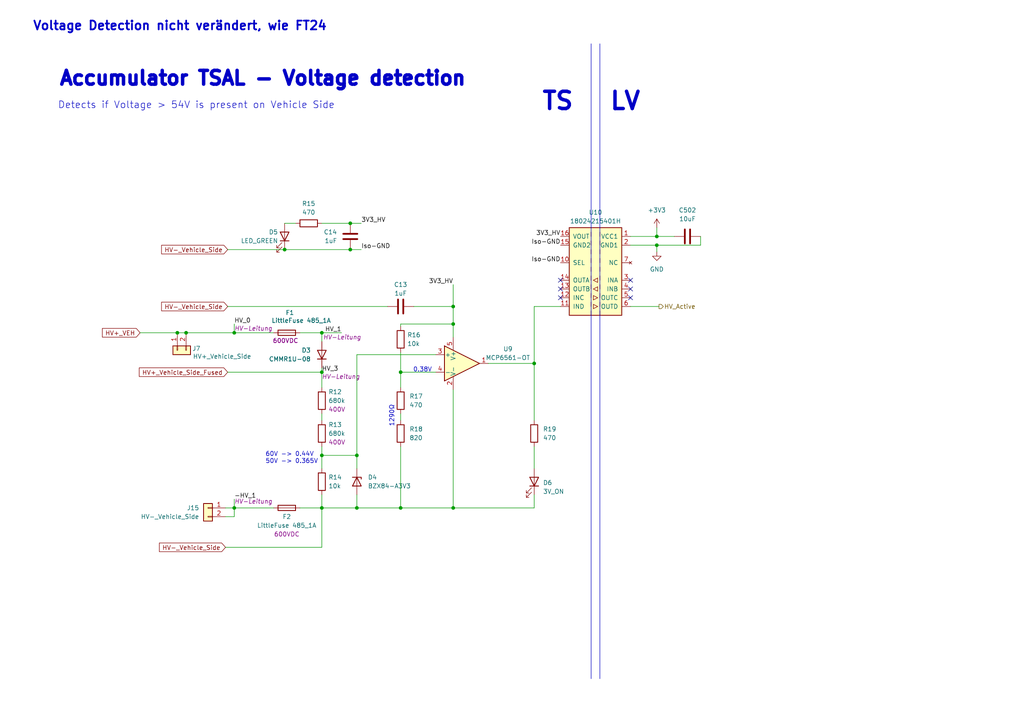
<source format=kicad_sch>
(kicad_sch
	(version 20231120)
	(generator "eeschema")
	(generator_version "8.0")
	(uuid "8187bab8-e1b7-4d6d-913a-e646585e9343")
	(paper "A4")
	(lib_symbols
		(symbol "18024215401H:18024215401H"
			(pin_names
				(offset 1.016)
			)
			(exclude_from_sim no)
			(in_bom yes)
			(on_board yes)
			(property "Reference" "U"
				(at 0 15.875 0)
				(effects
					(font
						(size 1.27 1.27)
					)
				)
			)
			(property "Value" "18024215401H"
				(at 0 13.97 0)
				(effects
					(font
						(size 1.27 1.27)
					)
				)
			)
			(property "Footprint" "Package_SO:SOIC-16W_7.5x10.3mm_P1.27mm"
				(at 0 -13.97 0)
				(effects
					(font
						(size 1.27 1.27)
						(italic yes)
					)
					(hide yes)
				)
			)
			(property "Datasheet" "https://www.we-online.com/components/products/datasheet/18024215401L.pdf"
				(at 1.27 17.78 0)
				(effects
					(font
						(size 1.27 1.27)
					)
					(hide yes)
				)
			)
			(property "Description" ""
				(at 0 0 0)
				(effects
					(font
						(size 1.27 1.27)
					)
					(hide yes)
				)
			)
			(property "ki_keywords" "4Ch Quad Digital Isolator 25Mbps"
				(at 0 0 0)
				(effects
					(font
						(size 1.27 1.27)
					)
					(hide yes)
				)
			)
			(property "ki_fp_filters" "SO*"
				(at 0 0 0)
				(effects
					(font
						(size 1.27 1.27)
					)
					(hide yes)
				)
			)
			(symbol "18024215401H_0_1"
				(rectangle
					(start -7.62 12.7)
					(end 7.62 -12.7)
					(stroke
						(width 0.254)
						(type default)
					)
					(fill
						(type background)
					)
				)
				(polyline
					(pts
						(xy -1.27 -11.43) (xy -1.27 -12.7)
					)
					(stroke
						(width 0)
						(type default)
					)
					(fill
						(type none)
					)
				)
				(polyline
					(pts
						(xy -1.27 -8.89) (xy -1.27 -10.16)
					)
					(stroke
						(width 0)
						(type default)
					)
					(fill
						(type none)
					)
				)
				(polyline
					(pts
						(xy -1.27 -6.35) (xy -1.27 -7.62)
					)
					(stroke
						(width 0)
						(type default)
					)
					(fill
						(type none)
					)
				)
				(polyline
					(pts
						(xy -1.27 -3.81) (xy -1.27 -5.08)
					)
					(stroke
						(width 0)
						(type default)
					)
					(fill
						(type none)
					)
				)
				(polyline
					(pts
						(xy -1.27 -1.27) (xy -1.27 -2.54)
					)
					(stroke
						(width 0)
						(type default)
					)
					(fill
						(type none)
					)
				)
				(polyline
					(pts
						(xy -1.27 1.27) (xy -1.27 0)
					)
					(stroke
						(width 0)
						(type default)
					)
					(fill
						(type none)
					)
				)
				(polyline
					(pts
						(xy -1.27 3.81) (xy -1.27 2.54)
					)
					(stroke
						(width 0)
						(type default)
					)
					(fill
						(type none)
					)
				)
				(polyline
					(pts
						(xy -1.27 6.35) (xy -1.27 5.08)
					)
					(stroke
						(width 0)
						(type default)
					)
					(fill
						(type none)
					)
				)
				(polyline
					(pts
						(xy -1.27 8.89) (xy -1.27 7.62)
					)
					(stroke
						(width 0)
						(type default)
					)
					(fill
						(type none)
					)
				)
				(polyline
					(pts
						(xy -1.27 11.43) (xy -1.27 10.16)
					)
					(stroke
						(width 0)
						(type default)
					)
					(fill
						(type none)
					)
				)
				(polyline
					(pts
						(xy 1.27 -11.43) (xy 1.27 -12.7)
					)
					(stroke
						(width 0)
						(type default)
					)
					(fill
						(type none)
					)
				)
				(polyline
					(pts
						(xy 1.27 -8.89) (xy 1.27 -10.16)
					)
					(stroke
						(width 0)
						(type default)
					)
					(fill
						(type none)
					)
				)
				(polyline
					(pts
						(xy 1.27 -6.35) (xy 1.27 -7.62)
					)
					(stroke
						(width 0)
						(type default)
					)
					(fill
						(type none)
					)
				)
				(polyline
					(pts
						(xy 1.27 -3.81) (xy 1.27 -5.08)
					)
					(stroke
						(width 0)
						(type default)
					)
					(fill
						(type none)
					)
				)
				(polyline
					(pts
						(xy 1.27 -1.27) (xy 1.27 -2.54)
					)
					(stroke
						(width 0)
						(type default)
					)
					(fill
						(type none)
					)
				)
				(polyline
					(pts
						(xy 1.27 1.27) (xy 1.27 0)
					)
					(stroke
						(width 0)
						(type default)
					)
					(fill
						(type none)
					)
				)
				(polyline
					(pts
						(xy 1.27 3.81) (xy 1.27 2.54)
					)
					(stroke
						(width 0)
						(type default)
					)
					(fill
						(type none)
					)
				)
				(polyline
					(pts
						(xy 1.27 6.35) (xy 1.27 5.08)
					)
					(stroke
						(width 0)
						(type default)
					)
					(fill
						(type none)
					)
				)
				(polyline
					(pts
						(xy 1.27 8.89) (xy 1.27 7.62)
					)
					(stroke
						(width 0)
						(type default)
					)
					(fill
						(type none)
					)
				)
				(polyline
					(pts
						(xy 1.27 11.43) (xy 1.27 10.16)
					)
					(stroke
						(width 0)
						(type default)
					)
					(fill
						(type none)
					)
				)
				(polyline
					(pts
						(xy -0.635 -10.16) (xy 0.635 -9.525) (xy 0.635 -10.795) (xy -0.635 -10.16)
					)
					(stroke
						(width 0)
						(type default)
					)
					(fill
						(type none)
					)
				)
				(polyline
					(pts
						(xy -0.635 -7.62) (xy 0.635 -6.985) (xy 0.635 -8.255) (xy -0.635 -7.62)
					)
					(stroke
						(width 0)
						(type default)
					)
					(fill
						(type none)
					)
				)
				(polyline
					(pts
						(xy -0.635 -4.445) (xy -0.635 -5.715) (xy 0.635 -5.08) (xy -0.635 -4.445)
					)
					(stroke
						(width 0)
						(type default)
					)
					(fill
						(type none)
					)
				)
				(polyline
					(pts
						(xy -0.635 -1.905) (xy -0.635 -3.175) (xy 0.635 -2.54) (xy -0.635 -1.905)
					)
					(stroke
						(width 0)
						(type default)
					)
					(fill
						(type none)
					)
				)
			)
			(symbol "18024215401H_1_1"
				(pin power_in line
					(at -10.16 10.16 0)
					(length 2.54)
					(name "VCC1"
						(effects
							(font
								(size 1.27 1.27)
							)
						)
					)
					(number "1"
						(effects
							(font
								(size 1.27 1.27)
							)
						)
					)
				)
				(pin input line
					(at 10.16 2.54 180)
					(length 2.54)
					(name "SEL"
						(effects
							(font
								(size 1.27 1.27)
							)
						)
					)
					(number "10"
						(effects
							(font
								(size 1.27 1.27)
							)
						)
					)
				)
				(pin input line
					(at 10.16 -10.16 180)
					(length 2.54)
					(name "IND"
						(effects
							(font
								(size 1.27 1.27)
							)
						)
					)
					(number "11"
						(effects
							(font
								(size 1.27 1.27)
							)
						)
					)
				)
				(pin input line
					(at 10.16 -7.62 180)
					(length 2.54)
					(name "INC"
						(effects
							(font
								(size 1.27 1.27)
							)
						)
					)
					(number "12"
						(effects
							(font
								(size 1.27 1.27)
							)
						)
					)
				)
				(pin output line
					(at 10.16 -5.08 180)
					(length 2.54)
					(name "OUTB"
						(effects
							(font
								(size 1.27 1.27)
							)
						)
					)
					(number "13"
						(effects
							(font
								(size 1.27 1.27)
							)
						)
					)
				)
				(pin output line
					(at 10.16 -2.54 180)
					(length 2.54)
					(name "OUTA"
						(effects
							(font
								(size 1.27 1.27)
							)
						)
					)
					(number "14"
						(effects
							(font
								(size 1.27 1.27)
							)
						)
					)
				)
				(pin power_out line
					(at 10.16 7.62 180)
					(length 2.54)
					(name "GND2"
						(effects
							(font
								(size 1.27 1.27)
							)
						)
					)
					(number "15"
						(effects
							(font
								(size 1.27 1.27)
							)
						)
					)
				)
				(pin power_out line
					(at 10.16 10.16 180)
					(length 2.54)
					(name "VOUT"
						(effects
							(font
								(size 1.27 1.27)
							)
						)
					)
					(number "16"
						(effects
							(font
								(size 1.27 1.27)
							)
						)
					)
				)
				(pin power_in line
					(at -10.16 7.62 0)
					(length 2.54)
					(name "GND1"
						(effects
							(font
								(size 1.27 1.27)
							)
						)
					)
					(number "2"
						(effects
							(font
								(size 1.27 1.27)
							)
						)
					)
				)
				(pin input line
					(at -10.16 -2.54 0)
					(length 2.54)
					(name "INA"
						(effects
							(font
								(size 1.27 1.27)
							)
						)
					)
					(number "3"
						(effects
							(font
								(size 1.27 1.27)
							)
						)
					)
				)
				(pin input line
					(at -10.16 -5.08 0)
					(length 2.54)
					(name "INB"
						(effects
							(font
								(size 1.27 1.27)
							)
						)
					)
					(number "4"
						(effects
							(font
								(size 1.27 1.27)
							)
						)
					)
				)
				(pin output line
					(at -10.16 -7.62 0)
					(length 2.54)
					(name "OUTC"
						(effects
							(font
								(size 1.27 1.27)
							)
						)
					)
					(number "5"
						(effects
							(font
								(size 1.27 1.27)
							)
						)
					)
				)
				(pin output line
					(at -10.16 -10.16 0)
					(length 2.54)
					(name "OUTD"
						(effects
							(font
								(size 1.27 1.27)
							)
						)
					)
					(number "6"
						(effects
							(font
								(size 1.27 1.27)
							)
						)
					)
				)
				(pin no_connect line
					(at -10.16 2.54 0)
					(length 2.54)
					(name "NC"
						(effects
							(font
								(size 1.27 1.27)
							)
						)
					)
					(number "7"
						(effects
							(font
								(size 1.27 1.27)
							)
						)
					)
				)
				(pin power_in line
					(at -10.16 7.62 0)
					(length 2.54) hide
					(name "GND1"
						(effects
							(font
								(size 1.27 1.27)
							)
						)
					)
					(number "8"
						(effects
							(font
								(size 1.27 1.27)
							)
						)
					)
				)
				(pin power_out line
					(at 10.16 7.62 180)
					(length 2.54) hide
					(name "GND2"
						(effects
							(font
								(size 1.27 1.27)
							)
						)
					)
					(number "9"
						(effects
							(font
								(size 1.27 1.27)
							)
						)
					)
				)
			)
		)
		(symbol "Comparator:MCP6561-OT"
			(pin_names
				(offset 0.127)
			)
			(exclude_from_sim no)
			(in_bom yes)
			(on_board yes)
			(property "Reference" "U"
				(at -1.27 6.35 0)
				(effects
					(font
						(size 1.27 1.27)
					)
					(justify left)
				)
			)
			(property "Value" "MCP6561-OT"
				(at -1.27 3.81 0)
				(effects
					(font
						(size 1.27 1.27)
					)
					(justify left)
				)
			)
			(property "Footprint" "Package_TO_SOT_SMD:SOT-23-5"
				(at -2.54 -5.08 0)
				(effects
					(font
						(size 1.27 1.27)
					)
					(justify left)
					(hide yes)
				)
			)
			(property "Datasheet" "http://ww1.microchip.com/downloads/en/DeviceDoc/MCP6561-1R-1U-2-4-1.8V-Low-Power-Push-Pull-Output-Comparator-DS20002139E.pdf"
				(at 0 5.08 0)
				(effects
					(font
						(size 1.27 1.27)
					)
					(hide yes)
				)
			)
			(property "Description" "Single 1.8V Low-Power Push-Pull Output Comparator, SOT-23-5"
				(at 0 0 0)
				(effects
					(font
						(size 1.27 1.27)
					)
					(hide yes)
				)
			)
			(property "ki_keywords" "cmp"
				(at 0 0 0)
				(effects
					(font
						(size 1.27 1.27)
					)
					(hide yes)
				)
			)
			(property "ki_fp_filters" "SOT?23*"
				(at 0 0 0)
				(effects
					(font
						(size 1.27 1.27)
					)
					(hide yes)
				)
			)
			(symbol "MCP6561-OT_0_1"
				(polyline
					(pts
						(xy -5.08 5.08) (xy 5.08 0) (xy -5.08 -5.08) (xy -5.08 5.08)
					)
					(stroke
						(width 0.254)
						(type default)
					)
					(fill
						(type background)
					)
				)
				(pin power_in line
					(at -2.54 -7.62 90)
					(length 3.81)
					(name "V-"
						(effects
							(font
								(size 1.27 1.27)
							)
						)
					)
					(number "2"
						(effects
							(font
								(size 1.27 1.27)
							)
						)
					)
				)
				(pin power_in line
					(at -2.54 7.62 270)
					(length 3.81)
					(name "V+"
						(effects
							(font
								(size 1.27 1.27)
							)
						)
					)
					(number "5"
						(effects
							(font
								(size 1.27 1.27)
							)
						)
					)
				)
			)
			(symbol "MCP6561-OT_1_1"
				(pin output line
					(at 7.62 0 180)
					(length 2.54)
					(name "~"
						(effects
							(font
								(size 1.27 1.27)
							)
						)
					)
					(number "1"
						(effects
							(font
								(size 1.27 1.27)
							)
						)
					)
				)
				(pin input line
					(at -7.62 2.54 0)
					(length 2.54)
					(name "+"
						(effects
							(font
								(size 1.27 1.27)
							)
						)
					)
					(number "3"
						(effects
							(font
								(size 1.27 1.27)
							)
						)
					)
				)
				(pin input line
					(at -7.62 -2.54 0)
					(length 2.54)
					(name "-"
						(effects
							(font
								(size 1.27 1.27)
							)
						)
					)
					(number "4"
						(effects
							(font
								(size 1.27 1.27)
							)
						)
					)
				)
			)
		)
		(symbol "Connector_Generic:Conn_01x02"
			(pin_names
				(offset 1.016) hide)
			(exclude_from_sim no)
			(in_bom yes)
			(on_board yes)
			(property "Reference" "J"
				(at 0 2.54 0)
				(effects
					(font
						(size 1.27 1.27)
					)
				)
			)
			(property "Value" "Conn_01x02"
				(at 0 -5.08 0)
				(effects
					(font
						(size 1.27 1.27)
					)
				)
			)
			(property "Footprint" ""
				(at 0 0 0)
				(effects
					(font
						(size 1.27 1.27)
					)
					(hide yes)
				)
			)
			(property "Datasheet" "~"
				(at 0 0 0)
				(effects
					(font
						(size 1.27 1.27)
					)
					(hide yes)
				)
			)
			(property "Description" "Generic connector, single row, 01x02, script generated (kicad-library-utils/schlib/autogen/connector/)"
				(at 0 0 0)
				(effects
					(font
						(size 1.27 1.27)
					)
					(hide yes)
				)
			)
			(property "ki_keywords" "connector"
				(at 0 0 0)
				(effects
					(font
						(size 1.27 1.27)
					)
					(hide yes)
				)
			)
			(property "ki_fp_filters" "Connector*:*_1x??_*"
				(at 0 0 0)
				(effects
					(font
						(size 1.27 1.27)
					)
					(hide yes)
				)
			)
			(symbol "Conn_01x02_1_1"
				(rectangle
					(start -1.27 -2.413)
					(end 0 -2.667)
					(stroke
						(width 0.1524)
						(type default)
					)
					(fill
						(type none)
					)
				)
				(rectangle
					(start -1.27 0.127)
					(end 0 -0.127)
					(stroke
						(width 0.1524)
						(type default)
					)
					(fill
						(type none)
					)
				)
				(rectangle
					(start -1.27 1.27)
					(end 1.27 -3.81)
					(stroke
						(width 0.254)
						(type default)
					)
					(fill
						(type background)
					)
				)
				(pin passive line
					(at -5.08 0 0)
					(length 3.81)
					(name "Pin_1"
						(effects
							(font
								(size 1.27 1.27)
							)
						)
					)
					(number "1"
						(effects
							(font
								(size 1.27 1.27)
							)
						)
					)
				)
				(pin passive line
					(at -5.08 -2.54 0)
					(length 3.81)
					(name "Pin_2"
						(effects
							(font
								(size 1.27 1.27)
							)
						)
					)
					(number "2"
						(effects
							(font
								(size 1.27 1.27)
							)
						)
					)
				)
			)
		)
		(symbol "Device:C"
			(pin_numbers hide)
			(pin_names
				(offset 0.254)
			)
			(exclude_from_sim no)
			(in_bom yes)
			(on_board yes)
			(property "Reference" "C"
				(at 0.635 2.54 0)
				(effects
					(font
						(size 1.27 1.27)
					)
					(justify left)
				)
			)
			(property "Value" "C"
				(at 0.635 -2.54 0)
				(effects
					(font
						(size 1.27 1.27)
					)
					(justify left)
				)
			)
			(property "Footprint" ""
				(at 0.9652 -3.81 0)
				(effects
					(font
						(size 1.27 1.27)
					)
					(hide yes)
				)
			)
			(property "Datasheet" "~"
				(at 0 0 0)
				(effects
					(font
						(size 1.27 1.27)
					)
					(hide yes)
				)
			)
			(property "Description" "Unpolarized capacitor"
				(at 0 0 0)
				(effects
					(font
						(size 1.27 1.27)
					)
					(hide yes)
				)
			)
			(property "ki_keywords" "cap capacitor"
				(at 0 0 0)
				(effects
					(font
						(size 1.27 1.27)
					)
					(hide yes)
				)
			)
			(property "ki_fp_filters" "C_*"
				(at 0 0 0)
				(effects
					(font
						(size 1.27 1.27)
					)
					(hide yes)
				)
			)
			(symbol "C_0_1"
				(polyline
					(pts
						(xy -2.032 -0.762) (xy 2.032 -0.762)
					)
					(stroke
						(width 0.508)
						(type default)
					)
					(fill
						(type none)
					)
				)
				(polyline
					(pts
						(xy -2.032 0.762) (xy 2.032 0.762)
					)
					(stroke
						(width 0.508)
						(type default)
					)
					(fill
						(type none)
					)
				)
			)
			(symbol "C_1_1"
				(pin passive line
					(at 0 3.81 270)
					(length 2.794)
					(name "~"
						(effects
							(font
								(size 1.27 1.27)
							)
						)
					)
					(number "1"
						(effects
							(font
								(size 1.27 1.27)
							)
						)
					)
				)
				(pin passive line
					(at 0 -3.81 90)
					(length 2.794)
					(name "~"
						(effects
							(font
								(size 1.27 1.27)
							)
						)
					)
					(number "2"
						(effects
							(font
								(size 1.27 1.27)
							)
						)
					)
				)
			)
		)
		(symbol "Device:LED"
			(pin_numbers hide)
			(pin_names
				(offset 1.016) hide)
			(exclude_from_sim no)
			(in_bom yes)
			(on_board yes)
			(property "Reference" "D"
				(at 0 2.54 0)
				(effects
					(font
						(size 1.27 1.27)
					)
				)
			)
			(property "Value" "LED"
				(at 0 -2.54 0)
				(effects
					(font
						(size 1.27 1.27)
					)
				)
			)
			(property "Footprint" ""
				(at 0 0 0)
				(effects
					(font
						(size 1.27 1.27)
					)
					(hide yes)
				)
			)
			(property "Datasheet" "~"
				(at 0 0 0)
				(effects
					(font
						(size 1.27 1.27)
					)
					(hide yes)
				)
			)
			(property "Description" "Light emitting diode"
				(at 0 0 0)
				(effects
					(font
						(size 1.27 1.27)
					)
					(hide yes)
				)
			)
			(property "ki_keywords" "LED diode"
				(at 0 0 0)
				(effects
					(font
						(size 1.27 1.27)
					)
					(hide yes)
				)
			)
			(property "ki_fp_filters" "LED* LED_SMD:* LED_THT:*"
				(at 0 0 0)
				(effects
					(font
						(size 1.27 1.27)
					)
					(hide yes)
				)
			)
			(symbol "LED_0_1"
				(polyline
					(pts
						(xy -1.27 -1.27) (xy -1.27 1.27)
					)
					(stroke
						(width 0.254)
						(type default)
					)
					(fill
						(type none)
					)
				)
				(polyline
					(pts
						(xy -1.27 0) (xy 1.27 0)
					)
					(stroke
						(width 0)
						(type default)
					)
					(fill
						(type none)
					)
				)
				(polyline
					(pts
						(xy 1.27 -1.27) (xy 1.27 1.27) (xy -1.27 0) (xy 1.27 -1.27)
					)
					(stroke
						(width 0.254)
						(type default)
					)
					(fill
						(type none)
					)
				)
				(polyline
					(pts
						(xy -3.048 -0.762) (xy -4.572 -2.286) (xy -3.81 -2.286) (xy -4.572 -2.286) (xy -4.572 -1.524)
					)
					(stroke
						(width 0)
						(type default)
					)
					(fill
						(type none)
					)
				)
				(polyline
					(pts
						(xy -1.778 -0.762) (xy -3.302 -2.286) (xy -2.54 -2.286) (xy -3.302 -2.286) (xy -3.302 -1.524)
					)
					(stroke
						(width 0)
						(type default)
					)
					(fill
						(type none)
					)
				)
			)
			(symbol "LED_1_1"
				(pin passive line
					(at -3.81 0 0)
					(length 2.54)
					(name "K"
						(effects
							(font
								(size 1.27 1.27)
							)
						)
					)
					(number "1"
						(effects
							(font
								(size 1.27 1.27)
							)
						)
					)
				)
				(pin passive line
					(at 3.81 0 180)
					(length 2.54)
					(name "A"
						(effects
							(font
								(size 1.27 1.27)
							)
						)
					)
					(number "2"
						(effects
							(font
								(size 1.27 1.27)
							)
						)
					)
				)
			)
		)
		(symbol "Device:R"
			(pin_numbers hide)
			(pin_names
				(offset 0)
			)
			(exclude_from_sim no)
			(in_bom yes)
			(on_board yes)
			(property "Reference" "R"
				(at 2.032 0 90)
				(effects
					(font
						(size 1.27 1.27)
					)
				)
			)
			(property "Value" "R"
				(at 0 0 90)
				(effects
					(font
						(size 1.27 1.27)
					)
				)
			)
			(property "Footprint" ""
				(at -1.778 0 90)
				(effects
					(font
						(size 1.27 1.27)
					)
					(hide yes)
				)
			)
			(property "Datasheet" "~"
				(at 0 0 0)
				(effects
					(font
						(size 1.27 1.27)
					)
					(hide yes)
				)
			)
			(property "Description" "Resistor"
				(at 0 0 0)
				(effects
					(font
						(size 1.27 1.27)
					)
					(hide yes)
				)
			)
			(property "ki_keywords" "R res resistor"
				(at 0 0 0)
				(effects
					(font
						(size 1.27 1.27)
					)
					(hide yes)
				)
			)
			(property "ki_fp_filters" "R_*"
				(at 0 0 0)
				(effects
					(font
						(size 1.27 1.27)
					)
					(hide yes)
				)
			)
			(symbol "R_0_1"
				(rectangle
					(start -1.016 -2.54)
					(end 1.016 2.54)
					(stroke
						(width 0.254)
						(type default)
					)
					(fill
						(type none)
					)
				)
			)
			(symbol "R_1_1"
				(pin passive line
					(at 0 3.81 270)
					(length 1.27)
					(name "~"
						(effects
							(font
								(size 1.27 1.27)
							)
						)
					)
					(number "1"
						(effects
							(font
								(size 1.27 1.27)
							)
						)
					)
				)
				(pin passive line
					(at 0 -3.81 90)
					(length 1.27)
					(name "~"
						(effects
							(font
								(size 1.27 1.27)
							)
						)
					)
					(number "2"
						(effects
							(font
								(size 1.27 1.27)
							)
						)
					)
				)
			)
		)
		(symbol "FaSTTUBe_Fuses:485_1A"
			(pin_numbers hide)
			(pin_names
				(offset 0)
			)
			(exclude_from_sim no)
			(in_bom yes)
			(on_board yes)
			(property "Reference" "F"
				(at 2.032 0 90)
				(effects
					(font
						(size 1.27 1.27)
					)
				)
			)
			(property "Value" "485_1A"
				(at -5.08 0 90)
				(effects
					(font
						(size 1.27 1.27)
					)
				)
			)
			(property "Footprint" "FaSTTUBe_Fuses:Littelfuse_485"
				(at 5.08 0 90)
				(effects
					(font
						(size 1.27 1.27)
					)
					(hide yes)
				)
			)
			(property "Datasheet" "~"
				(at 0 0 0)
				(effects
					(font
						(size 1.27 1.27)
					)
					(hide yes)
				)
			)
			(property "Description" "Littelfuse 485 Series 600Vdc, 1A"
				(at 0 0 0)
				(effects
					(font
						(size 1.27 1.27)
					)
					(hide yes)
				)
			)
			(property "Voltage" "600VDC"
				(at -2.54 0 90)
				(effects
					(font
						(size 1.27 1.27)
					)
				)
			)
			(property "ki_keywords" "fuse"
				(at 0 0 0)
				(effects
					(font
						(size 1.27 1.27)
					)
					(hide yes)
				)
			)
			(property "ki_fp_filters" "*Fuse*"
				(at 0 0 0)
				(effects
					(font
						(size 1.27 1.27)
					)
					(hide yes)
				)
			)
			(symbol "485_1A_0_1"
				(rectangle
					(start -0.762 -2.54)
					(end 0.762 2.54)
					(stroke
						(width 0.254)
						(type default)
					)
					(fill
						(type none)
					)
				)
				(polyline
					(pts
						(xy 0 2.54) (xy 0 -2.54)
					)
					(stroke
						(width 0)
						(type default)
					)
					(fill
						(type none)
					)
				)
			)
			(symbol "485_1A_1_1"
				(pin passive line
					(at 0 3.81 270)
					(length 1.27)
					(name "~"
						(effects
							(font
								(size 1.27 1.27)
							)
						)
					)
					(number "1"
						(effects
							(font
								(size 1.27 1.27)
							)
						)
					)
				)
				(pin passive line
					(at 0 -3.81 90)
					(length 1.27)
					(name "~"
						(effects
							(font
								(size 1.27 1.27)
							)
						)
					)
					(number "2"
						(effects
							(font
								(size 1.27 1.27)
							)
						)
					)
				)
			)
		)
		(symbol "HV_Indicator:CMMR1U-08"
			(pin_numbers hide)
			(pin_names
				(offset 1.016) hide)
			(exclude_from_sim no)
			(in_bom yes)
			(on_board yes)
			(property "Reference" "D"
				(at 0 2.54 0)
				(effects
					(font
						(size 1.27 1.27)
					)
				)
			)
			(property "Value" "CMMR1U-08"
				(at 0 -2.54 0)
				(effects
					(font
						(size 1.27 1.27)
					)
				)
			)
			(property "Footprint" "Diode_SMD:D_SOD-123F"
				(at 0 0 0)
				(effects
					(font
						(size 1.27 1.27)
					)
					(hide yes)
				)
			)
			(property "Datasheet" "https://www.mouser.de/datasheet/2/68/CSEMS02975_1-2539073.pdf"
				(at 0 0 0)
				(effects
					(font
						(size 1.27 1.27)
					)
					(hide yes)
				)
			)
			(property "Description" "Diode, Vr=800V, I=1.0A"
				(at 0 0 0)
				(effects
					(font
						(size 1.27 1.27)
					)
					(hide yes)
				)
			)
			(property "ki_keywords" "diode"
				(at 0 0 0)
				(effects
					(font
						(size 1.27 1.27)
					)
					(hide yes)
				)
			)
			(property "ki_fp_filters" "TO-???* *_Diode_* *SingleDiode* D_*"
				(at 0 0 0)
				(effects
					(font
						(size 1.27 1.27)
					)
					(hide yes)
				)
			)
			(symbol "CMMR1U-08_0_1"
				(polyline
					(pts
						(xy -1.27 1.27) (xy -1.27 -1.27)
					)
					(stroke
						(width 0.254)
						(type default)
					)
					(fill
						(type none)
					)
				)
				(polyline
					(pts
						(xy 1.27 0) (xy -1.27 0)
					)
					(stroke
						(width 0)
						(type default)
					)
					(fill
						(type none)
					)
				)
				(polyline
					(pts
						(xy 1.27 1.27) (xy 1.27 -1.27) (xy -1.27 0) (xy 1.27 1.27)
					)
					(stroke
						(width 0.254)
						(type default)
					)
					(fill
						(type none)
					)
				)
			)
			(symbol "CMMR1U-08_1_1"
				(pin passive line
					(at -3.81 0 0)
					(length 2.54)
					(name "K"
						(effects
							(font
								(size 1.27 1.27)
							)
						)
					)
					(number "1"
						(effects
							(font
								(size 1.27 1.27)
							)
						)
					)
				)
				(pin passive line
					(at 3.81 0 180)
					(length 2.54)
					(name "A"
						(effects
							(font
								(size 1.27 1.27)
							)
						)
					)
					(number "2"
						(effects
							(font
								(size 1.27 1.27)
							)
						)
					)
				)
			)
		)
		(symbol "Master:BZX84-A5V1"
			(pin_numbers hide)
			(pin_names
				(offset 1.016) hide)
			(exclude_from_sim no)
			(in_bom yes)
			(on_board yes)
			(property "Reference" "D"
				(at 0 2.54 0)
				(effects
					(font
						(size 1.27 1.27)
					)
				)
			)
			(property "Value" "BZX84-A5V1"
				(at 0 -2.54 0)
				(effects
					(font
						(size 1.27 1.27)
					)
				)
			)
			(property "Footprint" "Package_TO_SOT_SMD:SOT-23-3"
				(at 0 5.08 0)
				(effects
					(font
						(size 1.27 1.27)
					)
					(hide yes)
				)
			)
			(property "Datasheet" "~"
				(at 0 0 0)
				(effects
					(font
						(size 1.27 1.27)
					)
					(hide yes)
				)
			)
			(property "Description" "Zener diode 5.1V SOT-23"
				(at 0 0 0)
				(effects
					(font
						(size 1.27 1.27)
					)
					(hide yes)
				)
			)
			(property "ki_keywords" "diode"
				(at 0 0 0)
				(effects
					(font
						(size 1.27 1.27)
					)
					(hide yes)
				)
			)
			(property "ki_fp_filters" "TO-???* *_Diode_* *SingleDiode* D_*"
				(at 0 0 0)
				(effects
					(font
						(size 1.27 1.27)
					)
					(hide yes)
				)
			)
			(symbol "BZX84-A5V1_0_1"
				(polyline
					(pts
						(xy 1.27 0) (xy -1.27 0)
					)
					(stroke
						(width 0)
						(type default)
					)
					(fill
						(type none)
					)
				)
				(polyline
					(pts
						(xy -1.27 -1.27) (xy -1.27 1.27) (xy -0.762 1.27)
					)
					(stroke
						(width 0.254)
						(type default)
					)
					(fill
						(type none)
					)
				)
				(polyline
					(pts
						(xy 1.27 -1.27) (xy 1.27 1.27) (xy -1.27 0) (xy 1.27 -1.27)
					)
					(stroke
						(width 0.254)
						(type default)
					)
					(fill
						(type none)
					)
				)
			)
			(symbol "BZX84-A5V1_1_1"
				(pin passive line
					(at 3.81 0 180)
					(length 2.54)
					(name "A"
						(effects
							(font
								(size 1.27 1.27)
							)
						)
					)
					(number "1"
						(effects
							(font
								(size 1.27 1.27)
							)
						)
					)
				)
				(pin passive line
					(at -3.81 0 0)
					(length 2.54)
					(name "K"
						(effects
							(font
								(size 1.27 1.27)
							)
						)
					)
					(number "3"
						(effects
							(font
								(size 1.27 1.27)
							)
						)
					)
				)
			)
		)
		(symbol "power:+3V3"
			(power)
			(pin_numbers hide)
			(pin_names
				(offset 0) hide)
			(exclude_from_sim no)
			(in_bom yes)
			(on_board yes)
			(property "Reference" "#PWR"
				(at 0 -3.81 0)
				(effects
					(font
						(size 1.27 1.27)
					)
					(hide yes)
				)
			)
			(property "Value" "+3V3"
				(at 0 3.556 0)
				(effects
					(font
						(size 1.27 1.27)
					)
				)
			)
			(property "Footprint" ""
				(at 0 0 0)
				(effects
					(font
						(size 1.27 1.27)
					)
					(hide yes)
				)
			)
			(property "Datasheet" ""
				(at 0 0 0)
				(effects
					(font
						(size 1.27 1.27)
					)
					(hide yes)
				)
			)
			(property "Description" "Power symbol creates a global label with name \"+3V3\""
				(at 0 0 0)
				(effects
					(font
						(size 1.27 1.27)
					)
					(hide yes)
				)
			)
			(property "ki_keywords" "global power"
				(at 0 0 0)
				(effects
					(font
						(size 1.27 1.27)
					)
					(hide yes)
				)
			)
			(symbol "+3V3_0_1"
				(polyline
					(pts
						(xy -0.762 1.27) (xy 0 2.54)
					)
					(stroke
						(width 0)
						(type default)
					)
					(fill
						(type none)
					)
				)
				(polyline
					(pts
						(xy 0 0) (xy 0 2.54)
					)
					(stroke
						(width 0)
						(type default)
					)
					(fill
						(type none)
					)
				)
				(polyline
					(pts
						(xy 0 2.54) (xy 0.762 1.27)
					)
					(stroke
						(width 0)
						(type default)
					)
					(fill
						(type none)
					)
				)
			)
			(symbol "+3V3_1_1"
				(pin power_in line
					(at 0 0 90)
					(length 0)
					(name "~"
						(effects
							(font
								(size 1.27 1.27)
							)
						)
					)
					(number "1"
						(effects
							(font
								(size 1.27 1.27)
							)
						)
					)
				)
			)
		)
		(symbol "power:GND"
			(power)
			(pin_numbers hide)
			(pin_names
				(offset 0) hide)
			(exclude_from_sim no)
			(in_bom yes)
			(on_board yes)
			(property "Reference" "#PWR"
				(at 0 -6.35 0)
				(effects
					(font
						(size 1.27 1.27)
					)
					(hide yes)
				)
			)
			(property "Value" "GND"
				(at 0 -3.81 0)
				(effects
					(font
						(size 1.27 1.27)
					)
				)
			)
			(property "Footprint" ""
				(at 0 0 0)
				(effects
					(font
						(size 1.27 1.27)
					)
					(hide yes)
				)
			)
			(property "Datasheet" ""
				(at 0 0 0)
				(effects
					(font
						(size 1.27 1.27)
					)
					(hide yes)
				)
			)
			(property "Description" "Power symbol creates a global label with name \"GND\" , ground"
				(at 0 0 0)
				(effects
					(font
						(size 1.27 1.27)
					)
					(hide yes)
				)
			)
			(property "ki_keywords" "global power"
				(at 0 0 0)
				(effects
					(font
						(size 1.27 1.27)
					)
					(hide yes)
				)
			)
			(symbol "GND_0_1"
				(polyline
					(pts
						(xy 0 0) (xy 0 -1.27) (xy 1.27 -1.27) (xy 0 -2.54) (xy -1.27 -1.27) (xy 0 -1.27)
					)
					(stroke
						(width 0)
						(type default)
					)
					(fill
						(type none)
					)
				)
			)
			(symbol "GND_1_1"
				(pin power_in line
					(at 0 0 270)
					(length 0)
					(name "~"
						(effects
							(font
								(size 1.27 1.27)
							)
						)
					)
					(number "1"
						(effects
							(font
								(size 1.27 1.27)
							)
						)
					)
				)
			)
		)
	)
	(junction
		(at 82.55 72.39)
		(diameter 0)
		(color 0 0 0 0)
		(uuid "1325e657-369f-435e-b5c6-ae9c7bd78753")
	)
	(junction
		(at 154.94 105.41)
		(diameter 0)
		(color 0 0 0 0)
		(uuid "19e8c8de-0c21-4c0a-b36c-50c48d583931")
	)
	(junction
		(at 67.945 147.32)
		(diameter 0)
		(color 0 0 0 0)
		(uuid "30e037c0-ec6c-4383-8183-fad876dae8b9")
	)
	(junction
		(at 93.345 96.52)
		(diameter 0)
		(color 0 0 0 0)
		(uuid "34bd49f2-5041-4bb0-a27c-151d30bd8696")
	)
	(junction
		(at 93.345 132.08)
		(diameter 0)
		(color 0 0 0 0)
		(uuid "35d2d975-3a6e-4239-83ae-36b1e56b1957")
	)
	(junction
		(at 103.505 147.32)
		(diameter 0)
		(color 0 0 0 0)
		(uuid "413ec718-fa89-4703-9c8d-09a4b10d0deb")
	)
	(junction
		(at 101.6 72.39)
		(diameter 0)
		(color 0 0 0 0)
		(uuid "4624e293-7147-42ca-8e20-d305bef4eaed")
	)
	(junction
		(at 190.5 71.12)
		(diameter 0)
		(color 0 0 0 0)
		(uuid "79d78e7c-287a-4e2c-8ce1-0c24689409b6")
	)
	(junction
		(at 116.205 107.95)
		(diameter 0)
		(color 0 0 0 0)
		(uuid "7ef8a700-6824-464a-82f0-67a6cd2c1637")
	)
	(junction
		(at 103.505 132.08)
		(diameter 0)
		(color 0 0 0 0)
		(uuid "8136cb26-46df-4cdc-aa10-a06cd5f81d23")
	)
	(junction
		(at 101.6 64.77)
		(diameter 0)
		(color 0 0 0 0)
		(uuid "859a292d-6680-4e43-8386-1557650bfcd2")
	)
	(junction
		(at 53.975 96.52)
		(diameter 0)
		(color 0 0 0 0)
		(uuid "8d95ff43-309e-4140-b9e8-214ba15497ca")
	)
	(junction
		(at 93.345 107.95)
		(diameter 0)
		(color 0 0 0 0)
		(uuid "a0ea94e8-b4cb-46da-970d-91cdc27af821")
	)
	(junction
		(at 131.445 88.9)
		(diameter 0)
		(color 0 0 0 0)
		(uuid "c149ca5f-573b-495a-b4c7-8242706c9694")
	)
	(junction
		(at 93.345 147.32)
		(diameter 0)
		(color 0 0 0 0)
		(uuid "d4876746-bddf-46b2-8308-5d3ee9bb08f6")
	)
	(junction
		(at 51.435 96.52)
		(diameter 0)
		(color 0 0 0 0)
		(uuid "d83d1062-340b-413d-b95f-783df3cc801f")
	)
	(junction
		(at 131.445 93.98)
		(diameter 0)
		(color 0 0 0 0)
		(uuid "d9f8f98a-d96e-49d3-9fcd-c69116b8d94f")
	)
	(junction
		(at 67.945 96.52)
		(diameter 0)
		(color 0 0 0 0)
		(uuid "dee3800d-ec57-45fc-aaf9-ce39fbf2f1ed")
	)
	(junction
		(at 131.445 147.32)
		(diameter 0)
		(color 0 0 0 0)
		(uuid "e505938e-ceac-43df-94bf-e742f37365b9")
	)
	(junction
		(at 190.5 68.58)
		(diameter 0)
		(color 0 0 0 0)
		(uuid "f7c59671-7bcf-4bb5-95f8-a60f381f98d8")
	)
	(junction
		(at 116.205 147.32)
		(diameter 0)
		(color 0 0 0 0)
		(uuid "fcaed05c-44c1-4949-b336-a52ac1bd93da")
	)
	(no_connect
		(at 182.88 86.36)
		(uuid "0dd732aa-7d7b-47ff-9deb-4314060d8f22")
	)
	(no_connect
		(at 182.88 81.28)
		(uuid "2d061b53-8e34-4d27-80fe-662b5274d1b5")
	)
	(no_connect
		(at 162.56 86.36)
		(uuid "4eb71446-8cdf-4494-973a-b117ed749cbe")
	)
	(no_connect
		(at 182.88 83.82)
		(uuid "91ca37eb-bf0a-43b9-a9b2-1422145facff")
	)
	(no_connect
		(at 162.56 81.28)
		(uuid "9a4c7fb7-9a24-411f-92d9-d98777e5cb82")
	)
	(no_connect
		(at 162.56 83.82)
		(uuid "b8d406f0-02fd-4769-a835-5c8ab5231f9d")
	)
	(wire
		(pts
			(xy 67.945 147.32) (xy 65.405 147.32)
		)
		(stroke
			(width 0)
			(type default)
		)
		(uuid "0361bab7-301d-4ff8-b817-d3d9412d62ed")
	)
	(wire
		(pts
			(xy 182.88 88.9) (xy 191.135 88.9)
		)
		(stroke
			(width 0)
			(type default)
		)
		(uuid "0e2b7d8a-cf7c-49d7-8ff5-32656e626f03")
	)
	(wire
		(pts
			(xy 93.345 132.08) (xy 93.345 135.89)
		)
		(stroke
			(width 0)
			(type default)
		)
		(uuid "0ecad4b2-3831-495f-ba64-88f071d07fe1")
	)
	(wire
		(pts
			(xy 203.2 68.58) (xy 203.2 71.12)
		)
		(stroke
			(width 0)
			(type default)
		)
		(uuid "1027b0d4-9ace-4045-8cc8-9e532be77986")
	)
	(wire
		(pts
			(xy 141.605 105.41) (xy 154.94 105.41)
		)
		(stroke
			(width 0)
			(type default)
		)
		(uuid "11a2cce3-24f5-4f87-9bc2-b6f240fd1eea")
	)
	(wire
		(pts
			(xy 120.015 88.9) (xy 131.445 88.9)
		)
		(stroke
			(width 0)
			(type default)
		)
		(uuid "148a1fc6-5b2e-4fb0-9f02-f2fd12c7eeda")
	)
	(wire
		(pts
			(xy 154.94 88.9) (xy 154.94 105.41)
		)
		(stroke
			(width 0)
			(type default)
		)
		(uuid "159f13ac-c311-45a2-a750-83c3e03bf54d")
	)
	(wire
		(pts
			(xy 40.64 96.52) (xy 51.435 96.52)
		)
		(stroke
			(width 0)
			(type default)
		)
		(uuid "1a712c2e-65f9-428e-bcc1-88d4af2c3658")
	)
	(wire
		(pts
			(xy 190.5 66.04) (xy 190.5 68.58)
		)
		(stroke
			(width 0)
			(type default)
		)
		(uuid "21d67a3d-8e7d-4397-9b38-790822ba0dac")
	)
	(wire
		(pts
			(xy 116.205 129.54) (xy 116.205 147.32)
		)
		(stroke
			(width 0)
			(type default)
		)
		(uuid "23a694be-24cd-4818-a054-74dc33e59190")
	)
	(wire
		(pts
			(xy 67.945 93.98) (xy 67.945 96.52)
		)
		(stroke
			(width 0)
			(type default)
		)
		(uuid "29ae49d7-eae1-4128-9199-f331e01a919e")
	)
	(wire
		(pts
			(xy 154.94 135.89) (xy 154.94 129.54)
		)
		(stroke
			(width 0)
			(type default)
		)
		(uuid "2da52933-738d-4070-9ea4-7dbe5b88f36b")
	)
	(wire
		(pts
			(xy 103.505 132.08) (xy 103.505 135.89)
		)
		(stroke
			(width 0)
			(type default)
		)
		(uuid "31cc6249-0a6f-40b9-ba97-f49003b36ddc")
	)
	(wire
		(pts
			(xy 116.205 93.98) (xy 131.445 93.98)
		)
		(stroke
			(width 0)
			(type default)
		)
		(uuid "33948630-503f-4368-b5a1-4133118a8043")
	)
	(wire
		(pts
			(xy 99.06 96.52) (xy 93.345 96.52)
		)
		(stroke
			(width 0)
			(type default)
		)
		(uuid "34f9b0d2-ec9b-49d7-ab0c-0c9ac818b294")
	)
	(wire
		(pts
			(xy 93.345 147.32) (xy 93.345 143.51)
		)
		(stroke
			(width 0)
			(type default)
		)
		(uuid "3aef293e-1861-4ec0-9bc4-205a1d145ba1")
	)
	(wire
		(pts
			(xy 116.205 147.32) (xy 103.505 147.32)
		)
		(stroke
			(width 0)
			(type default)
		)
		(uuid "3c0003ad-a5c9-45bf-9144-b7c98ea84450")
	)
	(wire
		(pts
			(xy 154.94 105.41) (xy 154.94 121.92)
		)
		(stroke
			(width 0)
			(type default)
		)
		(uuid "48c33060-13ab-4a0c-8b6f-dd71539a3e75")
	)
	(wire
		(pts
			(xy 154.94 147.32) (xy 131.445 147.32)
		)
		(stroke
			(width 0)
			(type default)
		)
		(uuid "4ace33fb-be7d-44da-91ba-9c52bd2d239f")
	)
	(wire
		(pts
			(xy 182.88 68.58) (xy 190.5 68.58)
		)
		(stroke
			(width 0)
			(type default)
		)
		(uuid "4f1dcd1a-b07e-41cd-95ff-4337ef2ff885")
	)
	(wire
		(pts
			(xy 65.405 158.75) (xy 93.345 158.75)
		)
		(stroke
			(width 0)
			(type default)
		)
		(uuid "51b5773d-3c81-45d5-b7a7-3526577ae096")
	)
	(wire
		(pts
			(xy 82.55 72.39) (xy 101.6 72.39)
		)
		(stroke
			(width 0)
			(type default)
		)
		(uuid "530ec4e8-8939-4a0d-a2c6-84210ea10aab")
	)
	(wire
		(pts
			(xy 116.205 107.95) (xy 116.205 112.395)
		)
		(stroke
			(width 0)
			(type default)
		)
		(uuid "55168837-12ba-4f5f-b964-c6c016db7172")
	)
	(wire
		(pts
			(xy 131.445 113.03) (xy 131.445 147.32)
		)
		(stroke
			(width 0)
			(type default)
		)
		(uuid "58d0f5d9-ddfb-4a7b-a8a2-3b996ecb56f1")
	)
	(wire
		(pts
			(xy 116.205 94.615) (xy 116.205 93.98)
		)
		(stroke
			(width 0)
			(type default)
		)
		(uuid "5b486108-9d8a-43a8-b5f5-620fca28ef5c")
	)
	(wire
		(pts
			(xy 154.94 143.51) (xy 154.94 147.32)
		)
		(stroke
			(width 0)
			(type default)
		)
		(uuid "636f8c75-4e11-4e4a-a19d-0fa69dfbf322")
	)
	(wire
		(pts
			(xy 112.395 88.9) (xy 66.04 88.9)
		)
		(stroke
			(width 0)
			(type default)
		)
		(uuid "645c4523-22d4-4d91-bd6f-a5fb1350d0ec")
	)
	(wire
		(pts
			(xy 82.55 64.77) (xy 85.725 64.77)
		)
		(stroke
			(width 0)
			(type default)
		)
		(uuid "68503ae2-5c47-48d6-b8f0-74b4deec94a5")
	)
	(wire
		(pts
			(xy 103.505 143.51) (xy 103.505 147.32)
		)
		(stroke
			(width 0)
			(type default)
		)
		(uuid "6bb9135f-1742-4560-a06b-77cdcadeede2")
	)
	(wire
		(pts
			(xy 154.94 88.9) (xy 162.56 88.9)
		)
		(stroke
			(width 0)
			(type default)
		)
		(uuid "6e7a43ff-8e05-48fe-99d9-10f884fc6231")
	)
	(wire
		(pts
			(xy 131.445 88.9) (xy 131.445 93.98)
		)
		(stroke
			(width 0)
			(type default)
		)
		(uuid "71139e2a-be8a-492b-be1d-6e35c99d6230")
	)
	(wire
		(pts
			(xy 66.04 72.39) (xy 82.55 72.39)
		)
		(stroke
			(width 0)
			(type default)
		)
		(uuid "7870ec3c-aeee-4ae2-b187-9b497f6db65a")
	)
	(wire
		(pts
			(xy 104.775 72.39) (xy 101.6 72.39)
		)
		(stroke
			(width 0)
			(type default)
		)
		(uuid "790c1823-b893-448b-b81f-661f6cd5de55")
	)
	(wire
		(pts
			(xy 103.505 147.32) (xy 93.345 147.32)
		)
		(stroke
			(width 0)
			(type default)
		)
		(uuid "7ba4dc4e-c5fc-4e15-b98f-7268bb0cc664")
	)
	(wire
		(pts
			(xy 131.445 147.32) (xy 116.205 147.32)
		)
		(stroke
			(width 0)
			(type default)
		)
		(uuid "89557d16-6871-44a9-9900-db9f16433953")
	)
	(wire
		(pts
			(xy 190.5 68.58) (xy 195.58 68.58)
		)
		(stroke
			(width 0)
			(type default)
		)
		(uuid "8d8dc2c7-4ab2-413a-981d-1bb600f5ce5d")
	)
	(wire
		(pts
			(xy 93.345 120.015) (xy 93.345 121.92)
		)
		(stroke
			(width 0)
			(type default)
		)
		(uuid "8e4c4703-1c6f-437c-bc1b-b78cb74c4d81")
	)
	(wire
		(pts
			(xy 93.345 96.52) (xy 86.995 96.52)
		)
		(stroke
			(width 0)
			(type default)
		)
		(uuid "9047aa30-2f1b-4734-801f-73b57b56cd5a")
	)
	(polyline
		(pts
			(xy 173.99 12.7) (xy 173.99 196.85)
		)
		(stroke
			(width 0)
			(type default)
		)
		(uuid "937af98f-a4b4-4f71-bf05-7908a6c80ddc")
	)
	(wire
		(pts
			(xy 190.5 73.025) (xy 190.5 71.12)
		)
		(stroke
			(width 0)
			(type default)
		)
		(uuid "96c9b651-b001-4cf7-b6c9-9a90e23499d6")
	)
	(wire
		(pts
			(xy 53.975 96.52) (xy 67.945 96.52)
		)
		(stroke
			(width 0)
			(type default)
		)
		(uuid "9ca4f7a9-d3b6-493e-a4ab-68749af8ff97")
	)
	(wire
		(pts
			(xy 182.88 71.12) (xy 190.5 71.12)
		)
		(stroke
			(width 0)
			(type default)
		)
		(uuid "a01ef97c-e2d5-4e7c-abc9-d66711218658")
	)
	(wire
		(pts
			(xy 116.205 107.95) (xy 126.365 107.95)
		)
		(stroke
			(width 0)
			(type default)
		)
		(uuid "a755c569-1dc2-4276-a81a-82e3eff866d7")
	)
	(wire
		(pts
			(xy 131.445 93.98) (xy 131.445 97.79)
		)
		(stroke
			(width 0)
			(type default)
		)
		(uuid "a9907c40-c02b-4667-a9d4-08f7f8ef9231")
	)
	(wire
		(pts
			(xy 104.775 64.77) (xy 101.6 64.77)
		)
		(stroke
			(width 0)
			(type default)
		)
		(uuid "aef7261c-3cfb-447b-8d00-ffeb19b60387")
	)
	(wire
		(pts
			(xy 103.505 102.87) (xy 103.505 132.08)
		)
		(stroke
			(width 0)
			(type default)
		)
		(uuid "af5b229b-1291-487c-a533-0e3252a704c7")
	)
	(wire
		(pts
			(xy 116.205 102.235) (xy 116.205 107.95)
		)
		(stroke
			(width 0)
			(type default)
		)
		(uuid "b1c5c907-a209-4051-83ba-34273ae3b664")
	)
	(wire
		(pts
			(xy 126.365 102.87) (xy 103.505 102.87)
		)
		(stroke
			(width 0)
			(type default)
		)
		(uuid "b6a7cdad-baa2-4b72-8ff4-a00d0bfa7d6c")
	)
	(wire
		(pts
			(xy 93.345 106.68) (xy 93.345 107.95)
		)
		(stroke
			(width 0)
			(type default)
		)
		(uuid "b895ee09-3b01-4f01-bc78-663bd34bf2e6")
	)
	(wire
		(pts
			(xy 66.04 107.95) (xy 93.345 107.95)
		)
		(stroke
			(width 0)
			(type default)
		)
		(uuid "b967abf2-1975-4943-9139-891068ca4cb6")
	)
	(wire
		(pts
			(xy 93.345 107.95) (xy 93.345 112.395)
		)
		(stroke
			(width 0)
			(type default)
		)
		(uuid "bbb5d89a-08ce-46b9-bf05-8ebe138a33b8")
	)
	(wire
		(pts
			(xy 93.345 158.75) (xy 93.345 147.32)
		)
		(stroke
			(width 0)
			(type default)
		)
		(uuid "bdba4b48-14fc-49aa-ba57-360155dd7fd1")
	)
	(wire
		(pts
			(xy 93.345 64.77) (xy 101.6 64.77)
		)
		(stroke
			(width 0)
			(type default)
		)
		(uuid "c1a31912-416f-4ae8-b969-a4596e323d8a")
	)
	(wire
		(pts
			(xy 65.405 149.86) (xy 67.945 149.86)
		)
		(stroke
			(width 0)
			(type default)
		)
		(uuid "c2e103fa-e340-403a-b30a-5276d417b226")
	)
	(wire
		(pts
			(xy 67.945 147.32) (xy 79.375 147.32)
		)
		(stroke
			(width 0)
			(type default)
		)
		(uuid "c40f8266-cef5-43f8-93a7-877c2b4530d2")
	)
	(wire
		(pts
			(xy 67.945 147.32) (xy 67.945 149.86)
		)
		(stroke
			(width 0)
			(type default)
		)
		(uuid "c42c3523-3bb1-4a32-bae1-dd85c55b84a0")
	)
	(polyline
		(pts
			(xy 171.45 12.7) (xy 171.45 196.85)
		)
		(stroke
			(width 0)
			(type default)
		)
		(uuid "ceeb407e-a95f-426c-8565-e333c0cb77ff")
	)
	(wire
		(pts
			(xy 67.945 96.52) (xy 79.375 96.52)
		)
		(stroke
			(width 0)
			(type default)
		)
		(uuid "d3758b08-751b-49e7-bfcb-df882ebbc905")
	)
	(wire
		(pts
			(xy 116.205 120.015) (xy 116.205 121.92)
		)
		(stroke
			(width 0)
			(type default)
		)
		(uuid "d819e107-303f-40ad-9029-7123f54696ea")
	)
	(wire
		(pts
			(xy 203.2 71.12) (xy 190.5 71.12)
		)
		(stroke
			(width 0)
			(type default)
		)
		(uuid "da4a72a0-0891-4e57-bc39-619ab309dba9")
	)
	(wire
		(pts
			(xy 93.345 129.54) (xy 93.345 132.08)
		)
		(stroke
			(width 0)
			(type default)
		)
		(uuid "dc3203fb-67c7-46d8-8717-c559febcff7b")
	)
	(wire
		(pts
			(xy 86.995 147.32) (xy 93.345 147.32)
		)
		(stroke
			(width 0)
			(type default)
		)
		(uuid "de7b3700-b23d-436d-9227-1206fd4b8323")
	)
	(wire
		(pts
			(xy 51.435 96.52) (xy 53.975 96.52)
		)
		(stroke
			(width 0)
			(type default)
		)
		(uuid "e4e321d5-0336-4714-9eae-29ebf27d67a7")
	)
	(wire
		(pts
			(xy 131.445 82.55) (xy 131.445 88.9)
		)
		(stroke
			(width 0)
			(type default)
		)
		(uuid "f4e95bb3-77bd-459d-b064-11e9b3de63c5")
	)
	(wire
		(pts
			(xy 103.505 132.08) (xy 93.345 132.08)
		)
		(stroke
			(width 0)
			(type default)
		)
		(uuid "f7ae679b-b994-4a0c-8c52-e76c4187442c")
	)
	(wire
		(pts
			(xy 93.345 96.52) (xy 93.345 99.06)
		)
		(stroke
			(width 0)
			(type default)
		)
		(uuid "f9af462b-b09f-46b7-b3cf-bae6f6e7016e")
	)
	(wire
		(pts
			(xy 67.945 144.78) (xy 67.945 147.32)
		)
		(stroke
			(width 0)
			(type default)
		)
		(uuid "fbdc675f-bea2-4dbc-91bd-75fdc68ca47d")
	)
	(text "0.38V"
		(exclude_from_sim no)
		(at 122.555 107.315 0)
		(effects
			(font
				(size 1.27 1.27)
			)
		)
		(uuid "1b69be54-b382-4838-b1fe-a4da8e1eecba")
	)
	(text "Accumulator TSAL - Voltage detection"
		(exclude_from_sim no)
		(at 76.2 22.86 0)
		(effects
			(font
				(size 4 4)
				(thickness 2)
				(bold yes)
			)
		)
		(uuid "661a5716-96aa-4d96-a407-70dad510c5e0")
	)
	(text "Detects if Voltage > 54V is present on Vehicle Side"
		(exclude_from_sim no)
		(at 16.764 31.75 0)
		(effects
			(font
				(size 2 2)
			)
			(justify left bottom)
		)
		(uuid "681c7591-8880-4899-a52e-867c99f48259")
	)
	(text "TS"
		(exclude_from_sim no)
		(at 156.845 32.385 0)
		(effects
			(font
				(size 5 5)
				(thickness 1)
				(bold yes)
			)
			(justify left bottom)
		)
		(uuid "6f677719-338f-4500-b24e-45921bb203ed")
	)
	(text "LV"
		(exclude_from_sim no)
		(at 176.53 32.385 0)
		(effects
			(font
				(size 5 5)
				(thickness 1)
				(bold yes)
			)
			(justify left bottom)
		)
		(uuid "9a3e3b44-7774-4536-8767-927a719923e0")
	)
	(text "1290 Ω"
		(exclude_from_sim no)
		(at 113.665 120.65 90)
		(effects
			(font
				(size 1.27 1.27)
			)
		)
		(uuid "b3a024b0-f346-4034-8831-1ab50f4cbfc6")
	)
	(text "60V -> 0.44V\n50V -> 0.365V"
		(exclude_from_sim no)
		(at 76.962 132.842 0)
		(effects
			(font
				(size 1.27 1.27)
			)
			(justify left)
		)
		(uuid "bc61c377-ba9c-4842-98d9-9096b38b1dfa")
	)
	(text "Voltage Detection nicht verändert, wie FT24"
		(exclude_from_sim no)
		(at 9.398 7.62 0)
		(effects
			(font
				(size 2.54 2.54)
				(thickness 0.508)
				(bold yes)
			)
			(justify left)
		)
		(uuid "f5cdee3e-9f0c-47d6-a531-13eaa9d14e76")
	)
	(label "HV_3"
		(at 93.345 107.95 0)
		(fields_autoplaced yes)
		(effects
			(font
				(size 1.27 1.27)
			)
			(justify left bottom)
		)
		(uuid "05dc0cfb-cc41-4bda-aa93-9002c60bdb31")
		(property "Netclass" "HV-Leitung"
			(at 93.345 109.22 0)
			(effects
				(font
					(size 1.27 1.27)
					(italic yes)
				)
				(justify left)
			)
		)
	)
	(label "3V3_HV"
		(at 104.775 64.77 0)
		(fields_autoplaced yes)
		(effects
			(font
				(size 1.27 1.27)
			)
			(justify left bottom)
		)
		(uuid "3145fea4-3dca-4cf7-896d-5f01e65f77ed")
	)
	(label "Iso-GND"
		(at 104.775 72.39 0)
		(fields_autoplaced yes)
		(effects
			(font
				(size 1.27 1.27)
			)
			(justify left bottom)
		)
		(uuid "3f221838-a5d0-4cbe-b7ee-5c1988ff3c7e")
	)
	(label "HV_0"
		(at 67.945 93.98 0)
		(effects
			(font
				(size 1.27 1.27)
			)
			(justify left bottom)
		)
		(uuid "4741592d-99fc-4602-ae4a-0f9d7879c0b2")
		(property "Netclass" "HV-Leitung"
			(at 67.945 95.25 0)
			(effects
				(font
					(size 1.27 1.27)
					(italic yes)
				)
				(justify left)
			)
		)
	)
	(label "-HV_1"
		(at 67.945 144.78 0)
		(effects
			(font
				(size 1.27 1.27)
			)
			(justify left bottom)
		)
		(uuid "78847d34-8b84-42e7-aab1-a01cc4dea0cd")
		(property "Netclass" "HV-Leitung"
			(at 67.945 145.415 0)
			(effects
				(font
					(size 1.27 1.27)
					(italic yes)
				)
				(justify left)
			)
		)
	)
	(label "3V3_HV"
		(at 162.56 68.58 180)
		(fields_autoplaced yes)
		(effects
			(font
				(size 1.27 1.27)
			)
			(justify right bottom)
		)
		(uuid "873bf5c6-7859-4b0a-8e2b-5246cb652820")
	)
	(label "Iso-GND"
		(at 162.56 71.12 180)
		(fields_autoplaced yes)
		(effects
			(font
				(size 1.27 1.27)
			)
			(justify right bottom)
		)
		(uuid "9361e481-5714-4757-86d4-691bf7db6f1e")
	)
	(label "HV_1"
		(at 99.06 96.52 180)
		(effects
			(font
				(size 1.27 1.27)
			)
			(justify right bottom)
		)
		(uuid "c306191a-e30d-4702-8234-b2c4da7476eb")
		(property "Netclass" "HV-Leitung"
			(at 104.775 97.79 0)
			(effects
				(font
					(size 1.27 1.27)
					(italic yes)
				)
				(justify right)
			)
		)
	)
	(label "3V3_HV"
		(at 131.445 82.55 180)
		(fields_autoplaced yes)
		(effects
			(font
				(size 1.27 1.27)
			)
			(justify right bottom)
		)
		(uuid "c354ba26-3b3e-4ffa-9c57-f05733a934c2")
	)
	(label "Iso-GND"
		(at 162.56 76.2 180)
		(fields_autoplaced yes)
		(effects
			(font
				(size 1.27 1.27)
			)
			(justify right bottom)
		)
		(uuid "f9e4ff86-85b5-4cad-9f06-21d9dbd383c7")
	)
	(global_label "HV-_Vehicle_Side"
		(shape input)
		(at 66.04 88.9 180)
		(fields_autoplaced yes)
		(effects
			(font
				(size 1.27 1.27)
			)
			(justify right)
		)
		(uuid "00e1872c-368a-4476-b8ae-f53627345a0f")
		(property "Intersheetrefs" "${INTERSHEET_REFS}"
			(at 46.875 88.9794 0)
			(effects
				(font
					(size 1.27 1.27)
				)
				(justify right)
				(hide yes)
			)
		)
	)
	(global_label "HV+_Vehicle_Side_Fused"
		(shape input)
		(at 66.04 107.95 180)
		(fields_autoplaced yes)
		(effects
			(font
				(size 1.27 1.27)
			)
			(justify right)
		)
		(uuid "8241ce78-0b11-406c-b514-79da8bcf2156")
		(property "Intersheetrefs" "${INTERSHEET_REFS}"
			(at 40.404 107.8706 0)
			(effects
				(font
					(size 1.27 1.27)
				)
				(justify right)
				(hide yes)
			)
		)
	)
	(global_label "HV-_Vehicle_Side"
		(shape input)
		(at 65.405 158.75 180)
		(fields_autoplaced yes)
		(effects
			(font
				(size 1.27 1.27)
			)
			(justify right)
		)
		(uuid "850d1439-602c-4b0b-a479-e0d70e35ee0a")
		(property "Intersheetrefs" "${INTERSHEET_REFS}"
			(at 46.24 158.8294 0)
			(effects
				(font
					(size 1.27 1.27)
				)
				(justify right)
				(hide yes)
			)
		)
	)
	(global_label "HV-_Vehicle_Side"
		(shape input)
		(at 66.04 72.39 180)
		(fields_autoplaced yes)
		(effects
			(font
				(size 1.27 1.27)
			)
			(justify right)
		)
		(uuid "db4ca59b-2eb4-46e3-8fcd-6a2f12b17aef")
		(property "Intersheetrefs" "${INTERSHEET_REFS}"
			(at 46.875 72.4694 0)
			(effects
				(font
					(size 1.27 1.27)
				)
				(justify right)
				(hide yes)
			)
		)
	)
	(global_label "HV+_VEH"
		(shape input)
		(at 40.64 96.52 180)
		(fields_autoplaced yes)
		(effects
			(font
				(size 1.27 1.27)
			)
			(justify right)
		)
		(uuid "f63d2d03-c30d-425e-82cb-e981e927649a")
		(property "Intersheetrefs" "${INTERSHEET_REFS}"
			(at 29.1276 96.52 0)
			(effects
				(font
					(size 1.27 1.27)
				)
				(justify right)
				(hide yes)
			)
		)
	)
	(hierarchical_label "HV_Active"
		(shape output)
		(at 191.135 88.9 0)
		(fields_autoplaced yes)
		(effects
			(font
				(size 1.27 1.27)
			)
			(justify left)
		)
		(uuid "0fdc6351-e299-4a39-9f9b-bd567a63cc07")
	)
	(symbol
		(lib_id "Master:BZX84-A5V1")
		(at 103.505 139.7 270)
		(unit 1)
		(exclude_from_sim no)
		(in_bom yes)
		(on_board yes)
		(dnp no)
		(fields_autoplaced yes)
		(uuid "0231eeeb-32e0-4aa8-8cd3-8343a405e9ab")
		(property "Reference" "D4"
			(at 106.68 138.4299 90)
			(effects
				(font
					(size 1.27 1.27)
				)
				(justify left)
			)
		)
		(property "Value" "BZX84-A3V3"
			(at 106.68 140.9699 90)
			(effects
				(font
					(size 1.27 1.27)
				)
				(justify left)
			)
		)
		(property "Footprint" "Package_TO_SOT_SMD:SOT-23-3"
			(at 108.585 139.7 0)
			(effects
				(font
					(size 1.27 1.27)
				)
				(hide yes)
			)
		)
		(property "Datasheet" "https://assets.nexperia.com/documents/data-sheet/BZX84_SER.pdf"
			(at 103.505 139.7 0)
			(effects
				(font
					(size 1.27 1.27)
				)
				(hide yes)
			)
		)
		(property "Description" "Zener diode 5.1V SOT-23"
			(at 103.505 139.7 0)
			(effects
				(font
					(size 1.27 1.27)
				)
				(hide yes)
			)
		)
		(property "Sim.Device" ""
			(at 103.505 139.7 0)
			(effects
				(font
					(size 1.27 1.27)
				)
				(hide yes)
			)
		)
		(property "Sim.Pins" ""
			(at 103.505 139.7 0)
			(effects
				(font
					(size 1.27 1.27)
				)
				(hide yes)
			)
		)
		(property "Sim.Type" ""
			(at 103.505 139.7 0)
			(effects
				(font
					(size 1.27 1.27)
				)
				(hide yes)
			)
		)
		(pin "1"
			(uuid "996577bd-1369-4bfc-8ef8-f1d7298ad2b5")
		)
		(pin "3"
			(uuid "d395db86-bdb1-4ab6-b202-545b3064c1b8")
		)
		(instances
			(project "Master_FT25"
				(path "/e63e39d7-6ac0-4ffd-8aa3-1841a4541b55/5ce1aa0c-f98f-4b94-80bd-f188cf4c57de/f3bee109-109a-4d26-a812-1fb04d631c82"
					(reference "D4")
					(unit 1)
				)
			)
		)
	)
	(symbol
		(lib_id "Device:C")
		(at 116.205 88.9 90)
		(mirror x)
		(unit 1)
		(exclude_from_sim no)
		(in_bom yes)
		(on_board yes)
		(dnp no)
		(fields_autoplaced yes)
		(uuid "04879fad-fd11-41f3-97c4-cc346f66524f")
		(property "Reference" "C13"
			(at 116.205 82.55 90)
			(effects
				(font
					(size 1.27 1.27)
				)
			)
		)
		(property "Value" "1uF"
			(at 116.205 85.09 90)
			(effects
				(font
					(size 1.27 1.27)
				)
			)
		)
		(property "Footprint" "Capacitor_SMD:C_0603_1608Metric"
			(at 120.015 89.8652 0)
			(effects
				(font
					(size 1.27 1.27)
				)
				(hide yes)
			)
		)
		(property "Datasheet" "~"
			(at 116.205 88.9 0)
			(effects
				(font
					(size 1.27 1.27)
				)
				(hide yes)
			)
		)
		(property "Description" "Unpolarized capacitor"
			(at 116.205 88.9 0)
			(effects
				(font
					(size 1.27 1.27)
				)
				(hide yes)
			)
		)
		(property "Sim.Device" ""
			(at 116.205 88.9 0)
			(effects
				(font
					(size 1.27 1.27)
				)
				(hide yes)
			)
		)
		(property "Sim.Pins" ""
			(at 116.205 88.9 0)
			(effects
				(font
					(size 1.27 1.27)
				)
				(hide yes)
			)
		)
		(property "Sim.Type" ""
			(at 116.205 88.9 0)
			(effects
				(font
					(size 1.27 1.27)
				)
				(hide yes)
			)
		)
		(pin "1"
			(uuid "611e8dba-07da-4226-967d-f8d2bdc0a5ac")
		)
		(pin "2"
			(uuid "4dc427e3-81d7-49be-be26-fb5c7294d612")
		)
		(instances
			(project "Master_FT25"
				(path "/e63e39d7-6ac0-4ffd-8aa3-1841a4541b55/5ce1aa0c-f98f-4b94-80bd-f188cf4c57de/f3bee109-109a-4d26-a812-1fb04d631c82"
					(reference "C13")
					(unit 1)
				)
			)
		)
	)
	(symbol
		(lib_id "Device:R")
		(at 93.345 139.7 0)
		(mirror y)
		(unit 1)
		(exclude_from_sim no)
		(in_bom yes)
		(on_board yes)
		(dnp no)
		(fields_autoplaced yes)
		(uuid "081dcf73-80f9-4683-bc0b-b840a8a41595")
		(property "Reference" "R14"
			(at 95.25 138.4299 0)
			(effects
				(font
					(size 1.27 1.27)
				)
				(justify right)
			)
		)
		(property "Value" "10k"
			(at 95.25 140.9699 0)
			(effects
				(font
					(size 1.27 1.27)
				)
				(justify right)
			)
		)
		(property "Footprint" "Resistor_SMD:R_0603_1608Metric"
			(at 95.123 139.7 90)
			(effects
				(font
					(size 1.27 1.27)
				)
				(hide yes)
			)
		)
		(property "Datasheet" "~"
			(at 93.345 139.7 0)
			(effects
				(font
					(size 1.27 1.27)
				)
				(hide yes)
			)
		)
		(property "Description" "Resistor"
			(at 93.345 139.7 0)
			(effects
				(font
					(size 1.27 1.27)
				)
				(hide yes)
			)
		)
		(property "Sim.Device" ""
			(at 93.345 139.7 0)
			(effects
				(font
					(size 1.27 1.27)
				)
				(hide yes)
			)
		)
		(property "Sim.Pins" ""
			(at 93.345 139.7 0)
			(effects
				(font
					(size 1.27 1.27)
				)
				(hide yes)
			)
		)
		(property "Sim.Type" ""
			(at 93.345 139.7 0)
			(effects
				(font
					(size 1.27 1.27)
				)
				(hide yes)
			)
		)
		(pin "1"
			(uuid "1998ea76-a81b-46a5-b511-6ac9d508d66d")
		)
		(pin "2"
			(uuid "bcd76384-d064-4ba8-ae53-ea7229d78d43")
		)
		(instances
			(project "Master_FT25"
				(path "/e63e39d7-6ac0-4ffd-8aa3-1841a4541b55/5ce1aa0c-f98f-4b94-80bd-f188cf4c57de/f3bee109-109a-4d26-a812-1fb04d631c82"
					(reference "R14")
					(unit 1)
				)
			)
		)
	)
	(symbol
		(lib_id "power:+3V3")
		(at 190.5 66.04 0)
		(unit 1)
		(exclude_from_sim no)
		(in_bom yes)
		(on_board yes)
		(dnp no)
		(fields_autoplaced yes)
		(uuid "1817beab-20c0-47c3-a782-92d84eabb967")
		(property "Reference" "#PWR026"
			(at 190.5 69.85 0)
			(effects
				(font
					(size 1.27 1.27)
				)
				(hide yes)
			)
		)
		(property "Value" "+3V3"
			(at 190.5 60.96 0)
			(effects
				(font
					(size 1.27 1.27)
				)
			)
		)
		(property "Footprint" ""
			(at 190.5 66.04 0)
			(effects
				(font
					(size 1.27 1.27)
				)
				(hide yes)
			)
		)
		(property "Datasheet" ""
			(at 190.5 66.04 0)
			(effects
				(font
					(size 1.27 1.27)
				)
				(hide yes)
			)
		)
		(property "Description" "Power symbol creates a global label with name \"+3V3\""
			(at 190.5 66.04 0)
			(effects
				(font
					(size 1.27 1.27)
				)
				(hide yes)
			)
		)
		(pin "1"
			(uuid "7912be29-f0df-415d-9872-5445aad51b58")
		)
		(instances
			(project "Master_FT25"
				(path "/e63e39d7-6ac0-4ffd-8aa3-1841a4541b55/5ce1aa0c-f98f-4b94-80bd-f188cf4c57de/f3bee109-109a-4d26-a812-1fb04d631c82"
					(reference "#PWR026")
					(unit 1)
				)
			)
		)
	)
	(symbol
		(lib_id "Comparator:MCP6561-OT")
		(at 133.985 105.41 0)
		(unit 1)
		(exclude_from_sim no)
		(in_bom yes)
		(on_board yes)
		(dnp no)
		(fields_autoplaced yes)
		(uuid "257cf9ea-8f86-4ec8-b0f7-f492b14ee550")
		(property "Reference" "U9"
			(at 147.32 101.219 0)
			(effects
				(font
					(size 1.27 1.27)
				)
			)
		)
		(property "Value" "MCP6561-OT"
			(at 147.32 103.759 0)
			(effects
				(font
					(size 1.27 1.27)
				)
			)
		)
		(property "Footprint" "Package_TO_SOT_SMD:SOT-23-5"
			(at 131.445 110.49 0)
			(effects
				(font
					(size 1.27 1.27)
				)
				(justify left)
				(hide yes)
			)
		)
		(property "Datasheet" "http://ww1.microchip.com/downloads/en/DeviceDoc/MCP6561-1R-1U-2-4-1.8V-Low-Power-Push-Pull-Output-Comparator-DS20002139E.pdf"
			(at 133.985 100.33 0)
			(effects
				(font
					(size 1.27 1.27)
				)
				(hide yes)
			)
		)
		(property "Description" "Single 1.8V Low-Power Push-Pull Output Comparator, SOT-23-5"
			(at 133.985 105.41 0)
			(effects
				(font
					(size 1.27 1.27)
				)
				(hide yes)
			)
		)
		(property "Sim.Device" ""
			(at 133.985 105.41 0)
			(effects
				(font
					(size 1.27 1.27)
				)
				(hide yes)
			)
		)
		(property "Sim.Pins" ""
			(at 133.985 105.41 0)
			(effects
				(font
					(size 1.27 1.27)
				)
				(hide yes)
			)
		)
		(property "Sim.Type" ""
			(at 133.985 105.41 0)
			(effects
				(font
					(size 1.27 1.27)
				)
				(hide yes)
			)
		)
		(pin "4"
			(uuid "651e0257-d792-4bd9-9b79-4fc6f9dd12f5")
		)
		(pin "2"
			(uuid "df79db1d-f98b-4da4-b9f8-77f984c08582")
		)
		(pin "5"
			(uuid "b9ce8c1d-373a-4942-bea1-cffc7a0c7987")
		)
		(pin "3"
			(uuid "1e3dc2a3-ab7b-45c3-9f22-c9d4dab8905b")
		)
		(pin "1"
			(uuid "0914788c-b852-4362-998a-3bd5899ab1de")
		)
		(instances
			(project "Master_FT25"
				(path "/e63e39d7-6ac0-4ffd-8aa3-1841a4541b55/5ce1aa0c-f98f-4b94-80bd-f188cf4c57de/f3bee109-109a-4d26-a812-1fb04d631c82"
					(reference "U9")
					(unit 1)
				)
			)
		)
	)
	(symbol
		(lib_id "Device:R")
		(at 93.345 116.205 0)
		(unit 1)
		(exclude_from_sim no)
		(in_bom yes)
		(on_board yes)
		(dnp no)
		(fields_autoplaced yes)
		(uuid "7329461a-2f72-4ee8-818c-4fec52090c20")
		(property "Reference" "R12"
			(at 95.25 113.6649 0)
			(effects
				(font
					(size 1.27 1.27)
				)
				(justify left)
			)
		)
		(property "Value" "680k"
			(at 95.25 116.2049 0)
			(effects
				(font
					(size 1.27 1.27)
				)
				(justify left)
			)
		)
		(property "Footprint" "Resistor_SMD:R_2010_5025Metric"
			(at 91.567 116.205 90)
			(effects
				(font
					(size 1.27 1.27)
				)
				(hide yes)
			)
		)
		(property "Datasheet" "~"
			(at 93.345 116.205 0)
			(effects
				(font
					(size 1.27 1.27)
				)
				(hide yes)
			)
		)
		(property "Description" "Resistor"
			(at 93.345 116.205 0)
			(effects
				(font
					(size 1.27 1.27)
				)
				(hide yes)
			)
		)
		(property "Voltage" "400V"
			(at 95.25 118.7449 0)
			(effects
				(font
					(size 1.27 1.27)
				)
				(justify left)
			)
		)
		(property "Sim.Device" ""
			(at 93.345 116.205 0)
			(effects
				(font
					(size 1.27 1.27)
				)
				(hide yes)
			)
		)
		(property "Sim.Pins" ""
			(at 93.345 116.205 0)
			(effects
				(font
					(size 1.27 1.27)
				)
				(hide yes)
			)
		)
		(property "Sim.Type" ""
			(at 93.345 116.205 0)
			(effects
				(font
					(size 1.27 1.27)
				)
				(hide yes)
			)
		)
		(pin "1"
			(uuid "616420cd-8256-47f7-9eec-9c7a43c71313")
		)
		(pin "2"
			(uuid "4cc90266-7f61-4cda-9bb6-2ef1cd3ad97b")
		)
		(instances
			(project "Master_FT25"
				(path "/e63e39d7-6ac0-4ffd-8aa3-1841a4541b55/5ce1aa0c-f98f-4b94-80bd-f188cf4c57de/f3bee109-109a-4d26-a812-1fb04d631c82"
					(reference "R12")
					(unit 1)
				)
			)
		)
	)
	(symbol
		(lib_id "FaSTTUBe_Fuses:485_1A")
		(at 83.185 96.52 270)
		(mirror x)
		(unit 1)
		(exclude_from_sim no)
		(in_bom yes)
		(on_board yes)
		(dnp no)
		(uuid "785bdb4e-0a67-46c2-ba36-3ea6ad55d5db")
		(property "Reference" "F1"
			(at 84.074 90.678 90)
			(effects
				(font
					(size 1.27 1.27)
				)
			)
		)
		(property "Value" "LittleFuse 485_1A"
			(at 87.376 92.964 90)
			(effects
				(font
					(size 1.27 1.27)
				)
			)
		)
		(property "Footprint" "FaSTTUBe_Fuses:Littelfuse_485"
			(at 83.185 91.44 90)
			(effects
				(font
					(size 1.27 1.27)
				)
				(hide yes)
			)
		)
		(property "Datasheet" "~"
			(at 83.185 96.52 0)
			(effects
				(font
					(size 1.27 1.27)
				)
				(hide yes)
			)
		)
		(property "Description" ""
			(at 83.185 96.52 0)
			(effects
				(font
					(size 1.27 1.27)
				)
				(hide yes)
			)
		)
		(property "Voltage" "600VDC"
			(at 82.804 98.806 90)
			(effects
				(font
					(size 1.27 1.27)
				)
			)
		)
		(property "Sim.Device" ""
			(at 83.185 96.52 0)
			(effects
				(font
					(size 1.27 1.27)
				)
				(hide yes)
			)
		)
		(property "Sim.Pins" ""
			(at 83.185 96.52 0)
			(effects
				(font
					(size 1.27 1.27)
				)
				(hide yes)
			)
		)
		(property "Sim.Type" ""
			(at 83.185 96.52 0)
			(effects
				(font
					(size 1.27 1.27)
				)
				(hide yes)
			)
		)
		(pin "1"
			(uuid "55aabe3c-90be-4eed-8af4-39478b766b53")
		)
		(pin "2"
			(uuid "0e6aea34-c909-43eb-ab34-679ff8f629ea")
		)
		(instances
			(project "Master_FT25"
				(path "/e63e39d7-6ac0-4ffd-8aa3-1841a4541b55/5ce1aa0c-f98f-4b94-80bd-f188cf4c57de/f3bee109-109a-4d26-a812-1fb04d631c82"
					(reference "F1")
					(unit 1)
				)
			)
		)
	)
	(symbol
		(lib_id "Device:C")
		(at 101.6 68.58 0)
		(mirror y)
		(unit 1)
		(exclude_from_sim no)
		(in_bom yes)
		(on_board yes)
		(dnp no)
		(fields_autoplaced yes)
		(uuid "7939d595-6485-4bb3-92d0-26b6585c0af6")
		(property "Reference" "C14"
			(at 97.79 67.3099 0)
			(effects
				(font
					(size 1.27 1.27)
				)
				(justify left)
			)
		)
		(property "Value" "1uF"
			(at 97.79 69.8499 0)
			(effects
				(font
					(size 1.27 1.27)
				)
				(justify left)
			)
		)
		(property "Footprint" "Capacitor_SMD:C_0805_2012Metric"
			(at 100.6348 72.39 0)
			(effects
				(font
					(size 1.27 1.27)
				)
				(hide yes)
			)
		)
		(property "Datasheet" "~"
			(at 101.6 68.58 0)
			(effects
				(font
					(size 1.27 1.27)
				)
				(hide yes)
			)
		)
		(property "Description" "Unpolarized capacitor"
			(at 101.6 68.58 0)
			(effects
				(font
					(size 1.27 1.27)
				)
				(hide yes)
			)
		)
		(property "Sim.Device" ""
			(at 101.6 68.58 0)
			(effects
				(font
					(size 1.27 1.27)
				)
				(hide yes)
			)
		)
		(property "Sim.Pins" ""
			(at 101.6 68.58 0)
			(effects
				(font
					(size 1.27 1.27)
				)
				(hide yes)
			)
		)
		(property "Sim.Type" ""
			(at 101.6 68.58 0)
			(effects
				(font
					(size 1.27 1.27)
				)
				(hide yes)
			)
		)
		(pin "1"
			(uuid "ae747e39-4d87-421a-b83c-2690ca7dcacf")
		)
		(pin "2"
			(uuid "76a80068-c83d-4656-9a08-21a71b13fea4")
		)
		(instances
			(project "Master_FT25"
				(path "/e63e39d7-6ac0-4ffd-8aa3-1841a4541b55/5ce1aa0c-f98f-4b94-80bd-f188cf4c57de/f3bee109-109a-4d26-a812-1fb04d631c82"
					(reference "C14")
					(unit 1)
				)
			)
		)
	)
	(symbol
		(lib_id "Device:C")
		(at 199.39 68.58 90)
		(mirror x)
		(unit 1)
		(exclude_from_sim no)
		(in_bom yes)
		(on_board yes)
		(dnp no)
		(fields_autoplaced yes)
		(uuid "9ad39d02-231e-41da-93e4-9a69f531e942")
		(property "Reference" "C502"
			(at 199.39 60.96 90)
			(effects
				(font
					(size 1.27 1.27)
				)
			)
		)
		(property "Value" "10uF"
			(at 199.39 63.5 90)
			(effects
				(font
					(size 1.27 1.27)
				)
			)
		)
		(property "Footprint" "Capacitor_SMD:C_1206_3216Metric"
			(at 203.2 69.5452 0)
			(effects
				(font
					(size 1.27 1.27)
				)
				(hide yes)
			)
		)
		(property "Datasheet" "~"
			(at 199.39 68.58 0)
			(effects
				(font
					(size 1.27 1.27)
				)
				(hide yes)
			)
		)
		(property "Description" "Unpolarized capacitor"
			(at 199.39 68.58 0)
			(effects
				(font
					(size 1.27 1.27)
				)
				(hide yes)
			)
		)
		(property "Sim.Device" ""
			(at 199.39 68.58 0)
			(effects
				(font
					(size 1.27 1.27)
				)
				(hide yes)
			)
		)
		(property "Sim.Pins" ""
			(at 199.39 68.58 0)
			(effects
				(font
					(size 1.27 1.27)
				)
				(hide yes)
			)
		)
		(property "Sim.Type" ""
			(at 199.39 68.58 0)
			(effects
				(font
					(size 1.27 1.27)
				)
				(hide yes)
			)
		)
		(pin "1"
			(uuid "8e0f2d22-a604-4e50-8794-0f8d1e4c433a")
		)
		(pin "2"
			(uuid "f9529969-09ac-48aa-98e6-bf3d5d0d6972")
		)
		(instances
			(project "HV_Active_Detection"
				(path "/8187bab8-e1b7-4d6d-913a-e646585e9343"
					(reference "C502")
					(unit 1)
				)
			)
			(project "Master_FT25"
				(path "/e63e39d7-6ac0-4ffd-8aa3-1841a4541b55/5ce1aa0c-f98f-4b94-80bd-f188cf4c57de/f3bee109-109a-4d26-a812-1fb04d631c82"
					(reference "C15")
					(unit 1)
				)
			)
		)
	)
	(symbol
		(lib_id "Device:R")
		(at 116.205 125.73 0)
		(mirror y)
		(unit 1)
		(exclude_from_sim no)
		(in_bom yes)
		(on_board yes)
		(dnp no)
		(fields_autoplaced yes)
		(uuid "9dcd7c02-0bc6-413b-b26a-04ff8a155da5")
		(property "Reference" "R18"
			(at 118.745 124.46 0)
			(effects
				(font
					(size 1.27 1.27)
				)
				(justify right)
			)
		)
		(property "Value" "820"
			(at 118.745 127 0)
			(effects
				(font
					(size 1.27 1.27)
				)
				(justify right)
			)
		)
		(property "Footprint" "Resistor_SMD:R_0603_1608Metric"
			(at 117.983 125.73 90)
			(effects
				(font
					(size 1.27 1.27)
				)
				(hide yes)
			)
		)
		(property "Datasheet" "~"
			(at 116.205 125.73 0)
			(effects
				(font
					(size 1.27 1.27)
				)
				(hide yes)
			)
		)
		(property "Description" "Resistor"
			(at 116.205 125.73 0)
			(effects
				(font
					(size 1.27 1.27)
				)
				(hide yes)
			)
		)
		(property "Sim.Device" ""
			(at 116.205 125.73 0)
			(effects
				(font
					(size 1.27 1.27)
				)
				(hide yes)
			)
		)
		(property "Sim.Pins" ""
			(at 116.205 125.73 0)
			(effects
				(font
					(size 1.27 1.27)
				)
				(hide yes)
			)
		)
		(property "Sim.Type" ""
			(at 116.205 125.73 0)
			(effects
				(font
					(size 1.27 1.27)
				)
				(hide yes)
			)
		)
		(pin "1"
			(uuid "54d57ae8-0405-4354-866c-8847ac37dd42")
		)
		(pin "2"
			(uuid "713d6cf4-1f7a-4caf-ad88-b899c0e16438")
		)
		(instances
			(project "Master_FT25"
				(path "/e63e39d7-6ac0-4ffd-8aa3-1841a4541b55/5ce1aa0c-f98f-4b94-80bd-f188cf4c57de/f3bee109-109a-4d26-a812-1fb04d631c82"
					(reference "R18")
					(unit 1)
				)
			)
		)
	)
	(symbol
		(lib_id "power:GND")
		(at 190.5 73.025 0)
		(mirror y)
		(unit 1)
		(exclude_from_sim no)
		(in_bom yes)
		(on_board yes)
		(dnp no)
		(fields_autoplaced yes)
		(uuid "9e2930cc-bf25-4874-8c3c-103c5b479450")
		(property "Reference" "#PWR027"
			(at 190.5 79.375 0)
			(effects
				(font
					(size 1.27 1.27)
				)
				(hide yes)
			)
		)
		(property "Value" "GND"
			(at 190.5 78.105 0)
			(effects
				(font
					(size 1.27 1.27)
				)
			)
		)
		(property "Footprint" ""
			(at 190.5 73.025 0)
			(effects
				(font
					(size 1.27 1.27)
				)
				(hide yes)
			)
		)
		(property "Datasheet" ""
			(at 190.5 73.025 0)
			(effects
				(font
					(size 1.27 1.27)
				)
				(hide yes)
			)
		)
		(property "Description" "Power symbol creates a global label with name \"GND\" , ground"
			(at 190.5 73.025 0)
			(effects
				(font
					(size 1.27 1.27)
				)
				(hide yes)
			)
		)
		(pin "1"
			(uuid "5a36a2e3-37e0-4f43-a1c3-9c228545a589")
		)
		(instances
			(project "Master_FT25"
				(path "/e63e39d7-6ac0-4ffd-8aa3-1841a4541b55/5ce1aa0c-f98f-4b94-80bd-f188cf4c57de/f3bee109-109a-4d26-a812-1fb04d631c82"
					(reference "#PWR027")
					(unit 1)
				)
			)
		)
	)
	(symbol
		(lib_id "18024215401H:18024215401H")
		(at 172.72 78.74 0)
		(mirror y)
		(unit 1)
		(exclude_from_sim no)
		(in_bom yes)
		(on_board yes)
		(dnp no)
		(uuid "a3a040eb-0b39-47dd-91ff-09f0f5483e88")
		(property "Reference" "U10"
			(at 172.72 61.595 0)
			(effects
				(font
					(size 1.27 1.27)
				)
			)
		)
		(property "Value" "18024215401H"
			(at 172.72 64.135 0)
			(effects
				(font
					(size 1.27 1.27)
				)
			)
		)
		(property "Footprint" "Package_SO:SOIC-16W_7.5x10.3mm_P1.27mm"
			(at 172.72 92.71 0)
			(effects
				(font
					(size 1.27 1.27)
					(italic yes)
				)
				(hide yes)
			)
		)
		(property "Datasheet" "https://www.we-online.com/components/products/datasheet/18024215401L.pdf"
			(at 171.45 60.96 0)
			(effects
				(font
					(size 1.27 1.27)
				)
				(hide yes)
			)
		)
		(property "Description" "Low Power Quad-Channel 2/2 Digital Isolator, 25Mbps 31ns, Fail-Safe Low, SO16"
			(at 172.72 78.74 0)
			(effects
				(font
					(size 1.27 1.27)
				)
				(hide yes)
			)
		)
		(property "Sim.Device" ""
			(at 172.72 78.74 0)
			(effects
				(font
					(size 1.27 1.27)
				)
				(hide yes)
			)
		)
		(property "Sim.Pins" ""
			(at 172.72 78.74 0)
			(effects
				(font
					(size 1.27 1.27)
				)
				(hide yes)
			)
		)
		(property "Sim.Type" ""
			(at 172.72 78.74 0)
			(effects
				(font
					(size 1.27 1.27)
				)
				(hide yes)
			)
		)
		(pin "14"
			(uuid "a9d575da-d619-4ace-8960-85f4229e5213")
		)
		(pin "13"
			(uuid "ed4c3ad5-57d4-45c0-8b4c-18b80b586e1e")
		)
		(pin "11"
			(uuid "0992674b-cc69-409e-80cb-0dc6255d9041")
		)
		(pin "1"
			(uuid "66602996-0b8c-453d-bc65-0ba162e43841")
		)
		(pin "12"
			(uuid "bdd9fa51-175e-4a73-ae5a-b4bfc92f88f5")
		)
		(pin "15"
			(uuid "96322098-6f3c-400e-bb09-f63e65a80313")
		)
		(pin "3"
			(uuid "27d69829-838e-4ea2-87eb-7174248a9e74")
		)
		(pin "6"
			(uuid "1e405720-3b44-41fc-8337-6e0529e14510")
		)
		(pin "4"
			(uuid "03d2f3a2-90f7-496b-9018-5414a531b4df")
		)
		(pin "5"
			(uuid "936550dd-2891-4460-be6a-cc05ea6f8da6")
		)
		(pin "10"
			(uuid "51f72258-87b9-43b3-b8a9-3b3cc2ebb954")
		)
		(pin "16"
			(uuid "5f82e91a-4068-49b4-b191-ead19c69ddc7")
		)
		(pin "7"
			(uuid "9999fb28-34cb-41e2-8fd4-0281632105e5")
		)
		(pin "2"
			(uuid "ec4612f2-0c21-4a7e-bdce-6ef2d10ce7c2")
		)
		(pin "8"
			(uuid "7eaa6a6f-321a-4f04-9a6d-b3f76648a171")
		)
		(pin "9"
			(uuid "bca35d99-1285-479b-b323-0561f63a0acf")
		)
		(instances
			(project "Master_FT25"
				(path "/e63e39d7-6ac0-4ffd-8aa3-1841a4541b55/5ce1aa0c-f98f-4b94-80bd-f188cf4c57de/f3bee109-109a-4d26-a812-1fb04d631c82"
					(reference "U10")
					(unit 1)
				)
			)
		)
	)
	(symbol
		(lib_id "Device:LED")
		(at 154.94 139.7 270)
		(mirror x)
		(unit 1)
		(exclude_from_sim no)
		(in_bom yes)
		(on_board yes)
		(dnp no)
		(fields_autoplaced yes)
		(uuid "a3b24ead-f6af-43c6-88c6-e117c893951d")
		(property "Reference" "D6"
			(at 157.48 140.0174 90)
			(effects
				(font
					(size 1.27 1.27)
				)
				(justify left)
			)
		)
		(property "Value" "3V_ON"
			(at 157.48 142.5574 90)
			(effects
				(font
					(size 1.27 1.27)
				)
				(justify left)
			)
		)
		(property "Footprint" "LED_SMD:LED_0603_1608Metric"
			(at 154.94 139.7 0)
			(effects
				(font
					(size 1.27 1.27)
				)
				(hide yes)
			)
		)
		(property "Datasheet" "~"
			(at 154.94 139.7 0)
			(effects
				(font
					(size 1.27 1.27)
				)
				(hide yes)
			)
		)
		(property "Description" "Light emitting diode"
			(at 154.94 139.7 0)
			(effects
				(font
					(size 1.27 1.27)
				)
				(hide yes)
			)
		)
		(property "Sim.Device" ""
			(at 154.94 139.7 0)
			(effects
				(font
					(size 1.27 1.27)
				)
				(hide yes)
			)
		)
		(property "Sim.Pins" ""
			(at 154.94 139.7 0)
			(effects
				(font
					(size 1.27 1.27)
				)
				(hide yes)
			)
		)
		(property "Sim.Type" ""
			(at 154.94 139.7 0)
			(effects
				(font
					(size 1.27 1.27)
				)
				(hide yes)
			)
		)
		(pin "1"
			(uuid "4c1b4852-adfa-4bf1-a991-4e2de6a92158")
		)
		(pin "2"
			(uuid "dcf5633f-3221-4a81-a601-2e0828732ed2")
		)
		(instances
			(project "Master_FT25"
				(path "/e63e39d7-6ac0-4ffd-8aa3-1841a4541b55/5ce1aa0c-f98f-4b94-80bd-f188cf4c57de/f3bee109-109a-4d26-a812-1fb04d631c82"
					(reference "D6")
					(unit 1)
				)
			)
		)
	)
	(symbol
		(lib_id "Device:LED")
		(at 82.55 68.58 270)
		(mirror x)
		(unit 1)
		(exclude_from_sim no)
		(in_bom yes)
		(on_board yes)
		(dnp no)
		(uuid "b595215a-8547-46b2-a0ad-6e795b055082")
		(property "Reference" "D5"
			(at 80.645 67.31 90)
			(effects
				(font
					(size 1.27 1.27)
				)
				(justify right)
			)
		)
		(property "Value" "LED_GREEN"
			(at 80.645 69.85 90)
			(effects
				(font
					(size 1.27 1.27)
				)
				(justify right)
			)
		)
		(property "Footprint" "LED_SMD:LED_0603_1608Metric"
			(at 82.55 68.58 0)
			(effects
				(font
					(size 1.27 1.27)
				)
				(hide yes)
			)
		)
		(property "Datasheet" "~"
			(at 82.55 68.58 0)
			(effects
				(font
					(size 1.27 1.27)
				)
				(hide yes)
			)
		)
		(property "Description" "Light emitting diode"
			(at 82.55 68.58 0)
			(effects
				(font
					(size 1.27 1.27)
				)
				(hide yes)
			)
		)
		(property "Sim.Device" ""
			(at 82.55 68.58 0)
			(effects
				(font
					(size 1.27 1.27)
				)
				(hide yes)
			)
		)
		(property "Sim.Pins" ""
			(at 82.55 68.58 0)
			(effects
				(font
					(size 1.27 1.27)
				)
				(hide yes)
			)
		)
		(property "Sim.Type" ""
			(at 82.55 68.58 0)
			(effects
				(font
					(size 1.27 1.27)
				)
				(hide yes)
			)
		)
		(pin "1"
			(uuid "cb19f6bf-2e9b-465e-978c-b46e0fe1e92b")
		)
		(pin "2"
			(uuid "af8cbf19-6d10-458b-bb61-a2581cf8ec12")
		)
		(instances
			(project "Master_FT25"
				(path "/e63e39d7-6ac0-4ffd-8aa3-1841a4541b55/5ce1aa0c-f98f-4b94-80bd-f188cf4c57de/f3bee109-109a-4d26-a812-1fb04d631c82"
					(reference "D5")
					(unit 1)
				)
			)
		)
	)
	(symbol
		(lib_id "Device:R")
		(at 89.535 64.77 90)
		(mirror x)
		(unit 1)
		(exclude_from_sim no)
		(in_bom yes)
		(on_board yes)
		(dnp no)
		(fields_autoplaced yes)
		(uuid "b9fd3481-314b-49bd-95d2-fc574f895cae")
		(property "Reference" "R15"
			(at 89.535 59.055 90)
			(effects
				(font
					(size 1.27 1.27)
				)
			)
		)
		(property "Value" "470"
			(at 89.535 61.595 90)
			(effects
				(font
					(size 1.27 1.27)
				)
			)
		)
		(property "Footprint" "Resistor_SMD:R_0603_1608Metric"
			(at 89.535 62.992 90)
			(effects
				(font
					(size 1.27 1.27)
				)
				(hide yes)
			)
		)
		(property "Datasheet" "~"
			(at 89.535 64.77 0)
			(effects
				(font
					(size 1.27 1.27)
				)
				(hide yes)
			)
		)
		(property "Description" "Resistor"
			(at 89.535 64.77 0)
			(effects
				(font
					(size 1.27 1.27)
				)
				(hide yes)
			)
		)
		(property "Sim.Device" ""
			(at 89.535 64.77 0)
			(effects
				(font
					(size 1.27 1.27)
				)
				(hide yes)
			)
		)
		(property "Sim.Pins" ""
			(at 89.535 64.77 0)
			(effects
				(font
					(size 1.27 1.27)
				)
				(hide yes)
			)
		)
		(property "Sim.Type" ""
			(at 89.535 64.77 0)
			(effects
				(font
					(size 1.27 1.27)
				)
				(hide yes)
			)
		)
		(pin "1"
			(uuid "940a012c-76e6-4a54-8249-d729db6d7eec")
		)
		(pin "2"
			(uuid "bc759282-0861-48f8-a4bd-27cc64c83b3b")
		)
		(instances
			(project "Master_FT25"
				(path "/e63e39d7-6ac0-4ffd-8aa3-1841a4541b55/5ce1aa0c-f98f-4b94-80bd-f188cf4c57de/f3bee109-109a-4d26-a812-1fb04d631c82"
					(reference "R15")
					(unit 1)
				)
			)
		)
	)
	(symbol
		(lib_id "Device:R")
		(at 154.94 125.73 0)
		(mirror y)
		(unit 1)
		(exclude_from_sim no)
		(in_bom yes)
		(on_board yes)
		(dnp no)
		(fields_autoplaced yes)
		(uuid "c23806e2-2103-4b84-9d48-a8f7045018f0")
		(property "Reference" "R19"
			(at 157.48 124.4599 0)
			(effects
				(font
					(size 1.27 1.27)
				)
				(justify right)
			)
		)
		(property "Value" "470"
			(at 157.48 126.9999 0)
			(effects
				(font
					(size 1.27 1.27)
				)
				(justify right)
			)
		)
		(property "Footprint" "Resistor_SMD:R_0603_1608Metric"
			(at 156.718 125.73 90)
			(effects
				(font
					(size 1.27 1.27)
				)
				(hide yes)
			)
		)
		(property "Datasheet" "~"
			(at 154.94 125.73 0)
			(effects
				(font
					(size 1.27 1.27)
				)
				(hide yes)
			)
		)
		(property "Description" "Resistor"
			(at 154.94 125.73 0)
			(effects
				(font
					(size 1.27 1.27)
				)
				(hide yes)
			)
		)
		(property "Sim.Device" ""
			(at 154.94 125.73 0)
			(effects
				(font
					(size 1.27 1.27)
				)
				(hide yes)
			)
		)
		(property "Sim.Pins" ""
			(at 154.94 125.73 0)
			(effects
				(font
					(size 1.27 1.27)
				)
				(hide yes)
			)
		)
		(property "Sim.Type" ""
			(at 154.94 125.73 0)
			(effects
				(font
					(size 1.27 1.27)
				)
				(hide yes)
			)
		)
		(pin "1"
			(uuid "d2a3b88b-0e0b-48a7-8f27-dd26d368e3b7")
		)
		(pin "2"
			(uuid "2b8216a2-c165-43aa-8f01-03bdb2710c7d")
		)
		(instances
			(project "Master_FT25"
				(path "/e63e39d7-6ac0-4ffd-8aa3-1841a4541b55/5ce1aa0c-f98f-4b94-80bd-f188cf4c57de/f3bee109-109a-4d26-a812-1fb04d631c82"
					(reference "R19")
					(unit 1)
				)
			)
		)
	)
	(symbol
		(lib_id "HV_Indicator:CMMR1U-08")
		(at 93.345 102.87 90)
		(unit 1)
		(exclude_from_sim no)
		(in_bom yes)
		(on_board yes)
		(dnp no)
		(fields_autoplaced yes)
		(uuid "c423af21-01b8-489a-97eb-9e83e666cac2")
		(property "Reference" "D3"
			(at 90.17 101.5999 90)
			(effects
				(font
					(size 1.27 1.27)
				)
				(justify left)
			)
		)
		(property "Value" "CMMR1U-08"
			(at 90.17 104.1399 90)
			(effects
				(font
					(size 1.27 1.27)
				)
				(justify left)
			)
		)
		(property "Footprint" "Diode_SMD:D_SOD-123F"
			(at 93.345 102.87 0)
			(effects
				(font
					(size 1.27 1.27)
				)
				(hide yes)
			)
		)
		(property "Datasheet" "https://www.mouser.de/datasheet/2/68/CSEMS02975_1-2539073.pdf"
			(at 93.345 102.87 0)
			(effects
				(font
					(size 1.27 1.27)
				)
				(hide yes)
			)
		)
		(property "Description" "Diode, Vr=800V, I=1.0A"
			(at 93.345 102.87 0)
			(effects
				(font
					(size 1.27 1.27)
				)
				(hide yes)
			)
		)
		(property "Sim.Device" ""
			(at 93.345 102.87 0)
			(effects
				(font
					(size 1.27 1.27)
				)
				(hide yes)
			)
		)
		(property "Sim.Pins" ""
			(at 93.345 102.87 0)
			(effects
				(font
					(size 1.27 1.27)
				)
				(hide yes)
			)
		)
		(property "Sim.Type" ""
			(at 93.345 102.87 0)
			(effects
				(font
					(size 1.27 1.27)
				)
				(hide yes)
			)
		)
		(pin "1"
			(uuid "8fd15f38-899f-4603-b249-3d9b2533bf9c")
		)
		(pin "2"
			(uuid "76329ca7-e08b-4cd1-8aa6-5dbbc76d0065")
		)
		(instances
			(project "Master_FT25"
				(path "/e63e39d7-6ac0-4ffd-8aa3-1841a4541b55/5ce1aa0c-f98f-4b94-80bd-f188cf4c57de/f3bee109-109a-4d26-a812-1fb04d631c82"
					(reference "D3")
					(unit 1)
				)
			)
		)
	)
	(symbol
		(lib_id "Device:R")
		(at 93.345 125.73 0)
		(unit 1)
		(exclude_from_sim no)
		(in_bom yes)
		(on_board yes)
		(dnp no)
		(fields_autoplaced yes)
		(uuid "c66642b0-e581-484a-99f3-09985f59b50e")
		(property "Reference" "R13"
			(at 95.25 123.1899 0)
			(effects
				(font
					(size 1.27 1.27)
				)
				(justify left)
			)
		)
		(property "Value" "680k"
			(at 95.25 125.7299 0)
			(effects
				(font
					(size 1.27 1.27)
				)
				(justify left)
			)
		)
		(property "Footprint" "Resistor_SMD:R_2010_5025Metric"
			(at 91.567 125.73 90)
			(effects
				(font
					(size 1.27 1.27)
				)
				(hide yes)
			)
		)
		(property "Datasheet" "~"
			(at 93.345 125.73 0)
			(effects
				(font
					(size 1.27 1.27)
				)
				(hide yes)
			)
		)
		(property "Description" "Resistor"
			(at 93.345 125.73 0)
			(effects
				(font
					(size 1.27 1.27)
				)
				(hide yes)
			)
		)
		(property "Voltage" "400V"
			(at 95.25 128.2699 0)
			(effects
				(font
					(size 1.27 1.27)
				)
				(justify left)
			)
		)
		(property "Sim.Device" ""
			(at 93.345 125.73 0)
			(effects
				(font
					(size 1.27 1.27)
				)
				(hide yes)
			)
		)
		(property "Sim.Pins" ""
			(at 93.345 125.73 0)
			(effects
				(font
					(size 1.27 1.27)
				)
				(hide yes)
			)
		)
		(property "Sim.Type" ""
			(at 93.345 125.73 0)
			(effects
				(font
					(size 1.27 1.27)
				)
				(hide yes)
			)
		)
		(pin "1"
			(uuid "f3f53ee7-c67f-424e-95ba-f76e8c8958df")
		)
		(pin "2"
			(uuid "f651543f-a987-4bc3-bb51-74c2e2b22f31")
		)
		(instances
			(project "Master_FT25"
				(path "/e63e39d7-6ac0-4ffd-8aa3-1841a4541b55/5ce1aa0c-f98f-4b94-80bd-f188cf4c57de/f3bee109-109a-4d26-a812-1fb04d631c82"
					(reference "R13")
					(unit 1)
				)
			)
		)
	)
	(symbol
		(lib_id "Device:R")
		(at 116.205 98.425 0)
		(mirror y)
		(unit 1)
		(exclude_from_sim no)
		(in_bom yes)
		(on_board yes)
		(dnp no)
		(fields_autoplaced yes)
		(uuid "cdd2f27e-1a8b-4b81-9fcc-d4796bc34c95")
		(property "Reference" "R16"
			(at 118.11 97.155 0)
			(effects
				(font
					(size 1.27 1.27)
				)
				(justify right)
			)
		)
		(property "Value" "10k"
			(at 118.11 99.695 0)
			(effects
				(font
					(size 1.27 1.27)
				)
				(justify right)
			)
		)
		(property "Footprint" "Resistor_SMD:R_0603_1608Metric"
			(at 117.983 98.425 90)
			(effects
				(font
					(size 1.27 1.27)
				)
				(hide yes)
			)
		)
		(property "Datasheet" "~"
			(at 116.205 98.425 0)
			(effects
				(font
					(size 1.27 1.27)
				)
				(hide yes)
			)
		)
		(property "Description" "Resistor"
			(at 116.205 98.425 0)
			(effects
				(font
					(size 1.27 1.27)
				)
				(hide yes)
			)
		)
		(property "Sim.Device" ""
			(at 116.205 98.425 0)
			(effects
				(font
					(size 1.27 1.27)
				)
				(hide yes)
			)
		)
		(property "Sim.Pins" ""
			(at 116.205 98.425 0)
			(effects
				(font
					(size 1.27 1.27)
				)
				(hide yes)
			)
		)
		(property "Sim.Type" ""
			(at 116.205 98.425 0)
			(effects
				(font
					(size 1.27 1.27)
				)
				(hide yes)
			)
		)
		(pin "1"
			(uuid "f6b448ec-7e9c-4fb5-9eb1-d09ac2555d03")
		)
		(pin "2"
			(uuid "276d1762-5288-4036-b598-920e356e20ed")
		)
		(instances
			(project "Master_FT25"
				(path "/e63e39d7-6ac0-4ffd-8aa3-1841a4541b55/5ce1aa0c-f98f-4b94-80bd-f188cf4c57de/f3bee109-109a-4d26-a812-1fb04d631c82"
					(reference "R16")
					(unit 1)
				)
			)
		)
	)
	(symbol
		(lib_id "FaSTTUBe_Fuses:485_1A")
		(at 83.185 147.32 270)
		(mirror x)
		(unit 1)
		(exclude_from_sim no)
		(in_bom yes)
		(on_board yes)
		(dnp no)
		(fields_autoplaced yes)
		(uuid "cfde71b5-2c91-4a06-b173-7995bc0a04de")
		(property "Reference" "F2"
			(at 83.185 149.86 90)
			(effects
				(font
					(size 1.27 1.27)
				)
			)
		)
		(property "Value" "LittleFuse 485_1A"
			(at 83.185 152.4 90)
			(effects
				(font
					(size 1.27 1.27)
				)
			)
		)
		(property "Footprint" "FaSTTUBe_Fuses:Littelfuse_485"
			(at 83.185 142.24 90)
			(effects
				(font
					(size 1.27 1.27)
				)
				(hide yes)
			)
		)
		(property "Datasheet" "~"
			(at 83.185 147.32 0)
			(effects
				(font
					(size 1.27 1.27)
				)
				(hide yes)
			)
		)
		(property "Description" ""
			(at 83.185 147.32 0)
			(effects
				(font
					(size 1.27 1.27)
				)
				(hide yes)
			)
		)
		(property "Voltage" "600VDC"
			(at 83.185 154.94 90)
			(effects
				(font
					(size 1.27 1.27)
				)
			)
		)
		(property "Sim.Device" ""
			(at 83.185 147.32 0)
			(effects
				(font
					(size 1.27 1.27)
				)
				(hide yes)
			)
		)
		(property "Sim.Pins" ""
			(at 83.185 147.32 0)
			(effects
				(font
					(size 1.27 1.27)
				)
				(hide yes)
			)
		)
		(property "Sim.Type" ""
			(at 83.185 147.32 0)
			(effects
				(font
					(size 1.27 1.27)
				)
				(hide yes)
			)
		)
		(pin "1"
			(uuid "c5b05bf3-8fc1-4d1a-9f6d-bc237ff10dcf")
		)
		(pin "2"
			(uuid "8784d10c-0ac0-4c4e-8e62-fedd2301d30c")
		)
		(instances
			(project "Master_FT25"
				(path "/e63e39d7-6ac0-4ffd-8aa3-1841a4541b55/5ce1aa0c-f98f-4b94-80bd-f188cf4c57de/f3bee109-109a-4d26-a812-1fb04d631c82"
					(reference "F2")
					(unit 1)
				)
			)
		)
	)
	(symbol
		(lib_id "Connector_Generic:Conn_01x02")
		(at 51.435 101.6 90)
		(mirror x)
		(unit 1)
		(exclude_from_sim no)
		(in_bom yes)
		(on_board yes)
		(dnp no)
		(uuid "d11c6e21-3db2-4cb1-ac0a-021abc74b01e")
		(property "Reference" "J7"
			(at 58.166 101.092 90)
			(effects
				(font
					(size 1.27 1.27)
				)
				(justify left)
			)
		)
		(property "Value" "HV+_Vehicle_Side"
			(at 72.898 103.378 90)
			(effects
				(font
					(size 1.27 1.27)
				)
				(justify left)
			)
		)
		(property "Footprint" "FaSTTUBe_connectors:Micro_Mate-N-Lok_2p_vertical"
			(at 51.435 101.6 0)
			(effects
				(font
					(size 1.27 1.27)
				)
				(hide yes)
			)
		)
		(property "Datasheet" "~"
			(at 51.435 101.6 0)
			(effects
				(font
					(size 1.27 1.27)
				)
				(hide yes)
			)
		)
		(property "Description" "Generic connector, single row, 01x02, script generated (kicad-library-utils/schlib/autogen/connector/)"
			(at 51.435 101.6 0)
			(effects
				(font
					(size 1.27 1.27)
				)
				(hide yes)
			)
		)
		(property "Silkscreen" "HV-"
			(at 51.435 101.6 0)
			(effects
				(font
					(size 1.27 1.27)
				)
				(hide yes)
			)
		)
		(property "Sim.Device" ""
			(at 51.435 101.6 0)
			(effects
				(font
					(size 1.27 1.27)
				)
				(hide yes)
			)
		)
		(property "Sim.Pins" ""
			(at 51.435 101.6 0)
			(effects
				(font
					(size 1.27 1.27)
				)
				(hide yes)
			)
		)
		(property "Sim.Type" ""
			(at 51.435 101.6 0)
			(effects
				(font
					(size 1.27 1.27)
				)
				(hide yes)
			)
		)
		(pin "1"
			(uuid "109e7d40-e31b-4f95-96b0-3b0eaf1e80e4")
		)
		(pin "2"
			(uuid "0f349fde-3978-441d-8be9-5342deb65cd7")
		)
		(instances
			(project "Master_FT25"
				(path "/e63e39d7-6ac0-4ffd-8aa3-1841a4541b55/5ce1aa0c-f98f-4b94-80bd-f188cf4c57de/f3bee109-109a-4d26-a812-1fb04d631c82"
					(reference "J7")
					(unit 1)
				)
			)
		)
	)
	(symbol
		(lib_id "Device:R")
		(at 116.205 116.205 0)
		(mirror y)
		(unit 1)
		(exclude_from_sim no)
		(in_bom yes)
		(on_board yes)
		(dnp no)
		(fields_autoplaced yes)
		(uuid "d7005072-caeb-4e66-a81e-025ff55717c9")
		(property "Reference" "R17"
			(at 118.745 114.935 0)
			(effects
				(font
					(size 1.27 1.27)
				)
				(justify right)
			)
		)
		(property "Value" "470"
			(at 118.745 117.475 0)
			(effects
				(font
					(size 1.27 1.27)
				)
				(justify right)
			)
		)
		(property "Footprint" "Resistor_SMD:R_0603_1608Metric"
			(at 117.983 116.205 90)
			(effects
				(font
					(size 1.27 1.27)
				)
				(hide yes)
			)
		)
		(property "Datasheet" "~"
			(at 116.205 116.205 0)
			(effects
				(font
					(size 1.27 1.27)
				)
				(hide yes)
			)
		)
		(property "Description" "Resistor"
			(at 116.205 116.205 0)
			(effects
				(font
					(size 1.27 1.27)
				)
				(hide yes)
			)
		)
		(property "Sim.Device" ""
			(at 116.205 116.205 0)
			(effects
				(font
					(size 1.27 1.27)
				)
				(hide yes)
			)
		)
		(property "Sim.Pins" ""
			(at 116.205 116.205 0)
			(effects
				(font
					(size 1.27 1.27)
				)
				(hide yes)
			)
		)
		(property "Sim.Type" ""
			(at 116.205 116.205 0)
			(effects
				(font
					(size 1.27 1.27)
				)
				(hide yes)
			)
		)
		(pin "1"
			(uuid "e7916e3d-c9b1-4b28-82d7-c76565e9be19")
		)
		(pin "2"
			(uuid "56b8ac8d-29f2-477f-9c13-e92a6ba20e22")
		)
		(instances
			(project "Master_FT25"
				(path "/e63e39d7-6ac0-4ffd-8aa3-1841a4541b55/5ce1aa0c-f98f-4b94-80bd-f188cf4c57de/f3bee109-109a-4d26-a812-1fb04d631c82"
					(reference "R17")
					(unit 1)
				)
			)
		)
	)
	(symbol
		(lib_id "Connector_Generic:Conn_01x02")
		(at 60.325 147.32 0)
		(mirror y)
		(unit 1)
		(exclude_from_sim no)
		(in_bom yes)
		(on_board yes)
		(dnp no)
		(uuid "ebc7807e-e71d-4795-9603-9b62d10f680a")
		(property "Reference" "J15"
			(at 57.785 147.3199 0)
			(effects
				(font
					(size 1.27 1.27)
				)
				(justify left)
			)
		)
		(property "Value" "HV-_Vehicle_Side"
			(at 57.785 149.8599 0)
			(effects
				(font
					(size 1.27 1.27)
				)
				(justify left)
			)
		)
		(property "Footprint" "FaSTTUBe_connectors:Micro_Mate-N-Lok_2p_vertical"
			(at 60.325 147.32 0)
			(effects
				(font
					(size 1.27 1.27)
				)
				(hide yes)
			)
		)
		(property "Datasheet" "~"
			(at 60.325 147.32 0)
			(effects
				(font
					(size 1.27 1.27)
				)
				(hide yes)
			)
		)
		(property "Description" "Generic connector, single row, 01x02, script generated (kicad-library-utils/schlib/autogen/connector/)"
			(at 60.325 147.32 0)
			(effects
				(font
					(size 1.27 1.27)
				)
				(hide yes)
			)
		)
		(property "Silkscreen" "HV-"
			(at 60.325 147.32 0)
			(effects
				(font
					(size 1.27 1.27)
				)
				(hide yes)
			)
		)
		(property "Sim.Device" ""
			(at 60.325 147.32 0)
			(effects
				(font
					(size 1.27 1.27)
				)
				(hide yes)
			)
		)
		(property "Sim.Pins" ""
			(at 60.325 147.32 0)
			(effects
				(font
					(size 1.27 1.27)
				)
				(hide yes)
			)
		)
		(property "Sim.Type" ""
			(at 60.325 147.32 0)
			(effects
				(font
					(size 1.27 1.27)
				)
				(hide yes)
			)
		)
		(pin "1"
			(uuid "eb77df21-59cf-492d-af42-c618c9d9d6c0")
		)
		(pin "2"
			(uuid "1177ab88-6238-4955-a052-ff6ecca485e1")
		)
		(instances
			(project "Master_FT25"
				(path "/e63e39d7-6ac0-4ffd-8aa3-1841a4541b55/5ce1aa0c-f98f-4b94-80bd-f188cf4c57de/f3bee109-109a-4d26-a812-1fb04d631c82"
					(reference "J15")
					(unit 1)
				)
			)
		)
	)
)

</source>
